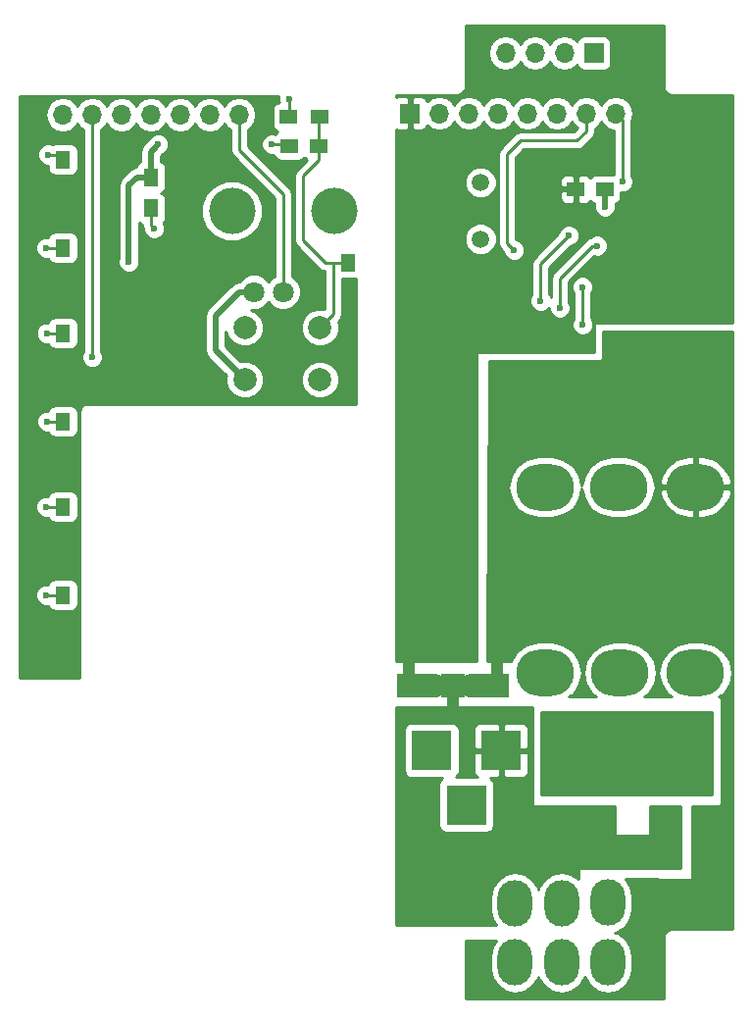
<source format=gbr>
G04 #@! TF.FileFunction,Copper,L2,Bot,Signal*
%FSLAX46Y46*%
G04 Gerber Fmt 4.6, Leading zero omitted, Abs format (unit mm)*
G04 Created by KiCad (PCBNEW 4.0.7) date 06/02/18 16:03:12*
%MOMM*%
%LPD*%
G01*
G04 APERTURE LIST*
%ADD10C,0.100000*%
%ADD11C,2.000000*%
%ADD12R,1.700000X1.700000*%
%ADD13O,1.700000X1.700000*%
%ADD14C,1.800000*%
%ADD15C,4.000000*%
%ADD16R,1.500000X1.250000*%
%ADD17C,0.600000*%
%ADD18R,1.300000X1.500000*%
%ADD19C,1.500000*%
%ADD20R,1.998980X1.998980*%
%ADD21R,1.500000X1.300000*%
%ADD22C,2.000000*%
%ADD23O,5.000000X4.000000*%
%ADD24O,3.000000X4.000000*%
%ADD25R,3.500000X3.500000*%
%ADD26C,1.000000*%
%ADD27C,0.500000*%
%ADD28C,0.250000*%
%ADD29C,0.254000*%
G04 APERTURE END LIST*
D10*
D11*
X127913000Y-110109000D02*
X129413000Y-110109000D01*
X133985000Y-110109000D02*
X132485000Y-110109000D01*
D12*
X94716600Y-60833000D03*
D13*
X97256600Y-60833000D03*
X99796600Y-60833000D03*
X102336600Y-60833000D03*
X104876600Y-60833000D03*
X107416600Y-60833000D03*
X109956600Y-60833000D03*
X112496600Y-60833000D03*
D14*
X113781200Y-76123800D03*
X116281200Y-76123800D03*
X118781200Y-76123800D03*
D15*
X111881200Y-69123800D03*
X120681200Y-69123800D03*
D16*
X116860000Y-63500000D03*
X119360000Y-63500000D03*
D17*
X149240000Y-113169700D03*
X147840000Y-113169700D03*
X146440000Y-113169700D03*
X145040000Y-113169700D03*
X143640000Y-113169700D03*
X152136300Y-118769700D03*
X150736300Y-118769700D03*
X152136300Y-117369700D03*
X150736300Y-117369700D03*
X152136300Y-115969700D03*
X150736300Y-115969700D03*
X152136300Y-114569700D03*
X150736300Y-114569700D03*
X152136300Y-113169700D03*
X150736300Y-113169700D03*
X142220600Y-118769700D03*
X140820600Y-118769700D03*
X139420600Y-118769700D03*
X142220600Y-117369700D03*
X140820600Y-117369700D03*
X139420600Y-117369700D03*
X142220600Y-115969700D03*
X140820600Y-115969700D03*
X139420600Y-115969700D03*
X142220600Y-114569700D03*
X140820600Y-114569700D03*
X139420600Y-114569700D03*
X142214600Y-113169700D03*
X140820600Y-113169700D03*
D12*
X143129000Y-55499000D03*
D13*
X140589000Y-55499000D03*
X138049000Y-55499000D03*
X135509000Y-55499000D03*
D18*
X121920000Y-73580000D03*
X121920000Y-76280000D03*
X97282000Y-64690000D03*
X97282000Y-67390000D03*
X97282000Y-72310000D03*
X97282000Y-75010000D03*
X97282000Y-79676000D03*
X97282000Y-82376000D03*
X97282000Y-87296000D03*
X97282000Y-89996000D03*
X97282000Y-94662000D03*
X97282000Y-97362000D03*
X97282000Y-102282000D03*
X97282000Y-104982000D03*
D19*
X133350000Y-66675000D03*
X133350000Y-71555000D03*
D16*
X144061500Y-67246500D03*
X141561500Y-67246500D03*
D18*
X104876600Y-66214000D03*
X104876600Y-68914000D03*
D12*
X127254000Y-60706000D03*
D13*
X129794000Y-60706000D03*
X132334000Y-60706000D03*
X134874000Y-60706000D03*
X137414000Y-60706000D03*
X139954000Y-60706000D03*
X142494000Y-60706000D03*
X145034000Y-60706000D03*
D20*
X134747000Y-110109000D03*
X130937000Y-110109000D03*
X127127000Y-110109000D03*
D17*
X139420600Y-113169700D03*
D21*
X116760000Y-61036200D03*
X119460000Y-61036200D03*
D22*
X119481600Y-79193000D03*
X119481600Y-83693000D03*
X112981600Y-79193000D03*
X112981600Y-83693000D03*
D23*
X145392000Y-108965000D03*
X145265000Y-92965000D03*
X138915000Y-108965000D03*
X138915000Y-92965000D03*
X151915000Y-92965000D03*
X151892000Y-108965000D03*
D24*
X140335000Y-128905000D03*
X140335000Y-133985000D03*
X136334500Y-133985000D03*
X136334500Y-128905000D03*
X144335500Y-128841500D03*
X144335500Y-133985000D03*
D25*
X135128000Y-115697000D03*
X129128000Y-115697000D03*
X132128000Y-120397000D03*
D17*
X142290800Y-123647200D03*
X136601200Y-121335800D03*
X128270000Y-129286000D03*
X144081500Y-68770500D03*
X96012000Y-64262000D03*
X95859600Y-72313800D03*
X95885000Y-79676000D03*
X95935800Y-87299800D03*
X95834200Y-94665800D03*
X95859596Y-102285800D03*
X142163800Y-78943200D03*
X142138400Y-75692000D03*
X140970000Y-71247000D03*
X138531600Y-76885800D03*
X145605500Y-66611500D03*
X140182600Y-77495400D03*
X143408400Y-72136000D03*
X136245600Y-72517000D03*
X105155996Y-70662800D03*
X105511600Y-63372996D03*
X115316000Y-63373000D03*
X102971600Y-73533000D03*
X102870000Y-77698600D03*
X107442000Y-84201000D03*
X94488000Y-68961000D03*
X94488000Y-106807000D03*
X94488000Y-99060000D03*
X94488000Y-91567000D03*
X94488000Y-83947000D03*
X94488000Y-76454000D03*
X108585000Y-67183000D03*
X99796596Y-81762600D03*
X116840000Y-59436000D03*
X145732500Y-68834000D03*
X129540000Y-69024500D03*
X139954000Y-69596000D03*
X139954000Y-68008500D03*
X147066000Y-86360000D03*
X145923000Y-85217000D03*
X140208000Y-83439000D03*
D26*
X130937000Y-110109000D02*
X130937000Y-112903000D01*
D27*
X144061500Y-67246500D02*
X144081500Y-68770500D01*
D28*
X96012000Y-64262000D02*
X96854000Y-64262000D01*
X96854000Y-64262000D02*
X97282000Y-64690000D01*
X95863400Y-72310000D02*
X95859600Y-72313800D01*
X97282000Y-72310000D02*
X95863400Y-72310000D01*
X95885000Y-79676000D02*
X97282000Y-79676000D01*
X97282000Y-87296000D02*
X95939600Y-87296000D01*
X95939600Y-87296000D02*
X95935800Y-87299800D01*
X95838000Y-94662000D02*
X95834200Y-94665800D01*
X97282000Y-94662000D02*
X95838000Y-94662000D01*
X95863396Y-102282000D02*
X95859596Y-102285800D01*
X97282000Y-102282000D02*
X95863396Y-102282000D01*
X142163800Y-75717400D02*
X142163800Y-78943200D01*
X142138400Y-75692000D02*
X142163800Y-75717400D01*
X138506200Y-73710800D02*
X140970000Y-71247000D01*
X138506200Y-76860400D02*
X138506200Y-73710800D01*
X138531600Y-76885800D02*
X138506200Y-76860400D01*
X145605500Y-66611500D02*
X145605500Y-61277500D01*
X145605500Y-61277500D02*
X145034000Y-60706000D01*
X142976600Y-72136000D02*
X143408400Y-72136000D01*
X140182600Y-74930000D02*
X142976600Y-72136000D01*
X140182600Y-77495400D02*
X140182600Y-74930000D01*
X142494000Y-62230000D02*
X142494000Y-60706000D01*
X141655800Y-63068200D02*
X142494000Y-62230000D01*
X136779000Y-63068200D02*
X141655800Y-63068200D01*
X135636000Y-64211200D02*
X136779000Y-63068200D01*
X135636000Y-71907400D02*
X135636000Y-64211200D01*
X136245600Y-72517000D02*
X135636000Y-71907400D01*
X120650000Y-73580000D02*
X120650000Y-78024600D01*
X120650000Y-78024600D02*
X119481600Y-79193000D01*
X118030000Y-71120000D02*
X118030000Y-71675000D01*
X119935000Y-73580000D02*
X120650000Y-73580000D01*
X120650000Y-73580000D02*
X121920000Y-73580000D01*
X118030000Y-71675000D02*
X119935000Y-73580000D01*
X119360000Y-63500000D02*
X119360000Y-64750000D01*
X119360000Y-64750000D02*
X118030000Y-66080000D01*
X118030000Y-66080000D02*
X118030000Y-71120000D01*
X119360000Y-63500000D02*
X119360000Y-61136200D01*
X119360000Y-61136200D02*
X119460000Y-61036200D01*
X104876600Y-70383404D02*
X105155996Y-70662800D01*
X104876600Y-68914000D02*
X104876600Y-70383404D01*
D27*
X104876600Y-66214000D02*
X104876600Y-64007996D01*
X104876600Y-64007996D02*
X105211601Y-63672995D01*
X105211601Y-63672995D02*
X105511600Y-63372996D01*
X102971600Y-73533000D02*
X102971600Y-66903600D01*
X102971600Y-66903600D02*
X103661200Y-66214000D01*
X103661200Y-66214000D02*
X104876600Y-66214000D01*
X110464600Y-78167608D02*
X110464600Y-81176000D01*
X110464600Y-81176000D02*
X112981600Y-83693000D01*
X113781200Y-76123800D02*
X112508408Y-76123800D01*
X112508408Y-76123800D02*
X110464600Y-78167608D01*
D28*
X115316000Y-63373000D02*
X116733000Y-63373000D01*
X116733000Y-63373000D02*
X116860000Y-63500000D01*
X97256600Y-60833000D02*
X97256600Y-60198000D01*
X97256600Y-61468000D02*
X97256600Y-60833000D01*
X99796600Y-81762596D02*
X99796596Y-81762600D01*
X99796600Y-60833000D02*
X99796600Y-81762596D01*
X116840000Y-59436000D02*
X116840000Y-60956200D01*
X116840000Y-60956200D02*
X116760000Y-61036200D01*
X112522000Y-63881000D02*
X116312400Y-67671400D01*
X116312400Y-67671400D02*
X116312400Y-75783200D01*
X112522000Y-62060481D02*
X112522000Y-63881000D01*
X112496600Y-60833000D02*
X112496600Y-62035081D01*
X112496600Y-62035081D02*
X112522000Y-62060481D01*
D26*
X127127000Y-110109000D02*
X127127000Y-107442000D01*
D28*
X145923000Y-85217000D02*
X147066000Y-86360000D01*
D26*
X134747000Y-110109000D02*
X134747000Y-107442000D01*
D29*
G36*
X115904838Y-59621167D02*
X115957507Y-59748637D01*
X115774683Y-59783038D01*
X115558559Y-59922110D01*
X115413569Y-60134310D01*
X115362560Y-60386200D01*
X115362560Y-61686200D01*
X115406838Y-61921517D01*
X115545910Y-62137641D01*
X115758110Y-62282631D01*
X115834021Y-62298003D01*
X115658559Y-62410910D01*
X115609629Y-62482522D01*
X115502799Y-62438162D01*
X115130833Y-62437838D01*
X114787057Y-62579883D01*
X114523808Y-62842673D01*
X114381162Y-63186201D01*
X114380838Y-63558167D01*
X114522883Y-63901943D01*
X114785673Y-64165192D01*
X115129201Y-64307838D01*
X115497024Y-64308158D01*
X115506838Y-64360317D01*
X115645910Y-64576441D01*
X115858110Y-64721431D01*
X116110000Y-64772440D01*
X117610000Y-64772440D01*
X117845317Y-64728162D01*
X118061441Y-64589090D01*
X118109134Y-64519289D01*
X118145910Y-64576441D01*
X118331767Y-64703431D01*
X117492599Y-65542599D01*
X117327852Y-65789161D01*
X117270000Y-66080000D01*
X117270000Y-71675000D01*
X117327852Y-71965839D01*
X117492599Y-72212401D01*
X119397599Y-74117401D01*
X119644161Y-74282148D01*
X119890000Y-74331049D01*
X119890000Y-77592230D01*
X119808248Y-77558284D01*
X119157805Y-77557716D01*
X118556657Y-77806106D01*
X118096322Y-78265637D01*
X117846884Y-78866352D01*
X117846316Y-79516795D01*
X118094706Y-80117943D01*
X118554237Y-80578278D01*
X119154952Y-80827716D01*
X119805395Y-80828284D01*
X120406543Y-80579894D01*
X120866878Y-80120363D01*
X121116316Y-79519648D01*
X121116884Y-78869205D01*
X121047681Y-78701721D01*
X121187401Y-78562001D01*
X121352148Y-78315439D01*
X121410000Y-78024600D01*
X121410000Y-74977440D01*
X122570000Y-74977440D01*
X122581600Y-74975257D01*
X122581600Y-85777000D01*
X99415600Y-85777000D01*
X99143895Y-85831046D01*
X98913554Y-85984954D01*
X98759646Y-86215295D01*
X98705600Y-86487000D01*
X98705600Y-109399000D01*
X93521600Y-109399000D01*
X93521600Y-102470967D01*
X94924434Y-102470967D01*
X95066479Y-102814743D01*
X95329269Y-103077992D01*
X95672797Y-103220638D01*
X96020112Y-103220941D01*
X96028838Y-103267317D01*
X96167910Y-103483441D01*
X96380110Y-103628431D01*
X96632000Y-103679440D01*
X97932000Y-103679440D01*
X98167317Y-103635162D01*
X98383441Y-103496090D01*
X98528431Y-103283890D01*
X98579440Y-103032000D01*
X98579440Y-101532000D01*
X98535162Y-101296683D01*
X98396090Y-101080559D01*
X98183890Y-100935569D01*
X97932000Y-100884560D01*
X96632000Y-100884560D01*
X96396683Y-100928838D01*
X96180559Y-101067910D01*
X96035569Y-101280110D01*
X96021226Y-101350940D01*
X95674429Y-101350638D01*
X95330653Y-101492683D01*
X95067404Y-101755473D01*
X94924758Y-102099001D01*
X94924434Y-102470967D01*
X93521600Y-102470967D01*
X93521600Y-94850967D01*
X94899038Y-94850967D01*
X95041083Y-95194743D01*
X95303873Y-95457992D01*
X95647401Y-95600638D01*
X96019367Y-95600962D01*
X96020062Y-95600675D01*
X96028838Y-95647317D01*
X96167910Y-95863441D01*
X96380110Y-96008431D01*
X96632000Y-96059440D01*
X97932000Y-96059440D01*
X98167317Y-96015162D01*
X98383441Y-95876090D01*
X98528431Y-95663890D01*
X98579440Y-95412000D01*
X98579440Y-93912000D01*
X98535162Y-93676683D01*
X98396090Y-93460559D01*
X98183890Y-93315569D01*
X97932000Y-93264560D01*
X96632000Y-93264560D01*
X96396683Y-93308838D01*
X96180559Y-93447910D01*
X96035569Y-93660110D01*
X96021204Y-93731047D01*
X96020999Y-93730962D01*
X95649033Y-93730638D01*
X95305257Y-93872683D01*
X95042008Y-94135473D01*
X94899362Y-94479001D01*
X94899038Y-94850967D01*
X93521600Y-94850967D01*
X93521600Y-87484967D01*
X95000638Y-87484967D01*
X95142683Y-87828743D01*
X95405473Y-88091992D01*
X95749001Y-88234638D01*
X96020099Y-88234874D01*
X96028838Y-88281317D01*
X96167910Y-88497441D01*
X96380110Y-88642431D01*
X96632000Y-88693440D01*
X97932000Y-88693440D01*
X98167317Y-88649162D01*
X98383441Y-88510090D01*
X98528431Y-88297890D01*
X98579440Y-88046000D01*
X98579440Y-86546000D01*
X98535162Y-86310683D01*
X98396090Y-86094559D01*
X98183890Y-85949569D01*
X97932000Y-85898560D01*
X96632000Y-85898560D01*
X96396683Y-85942838D01*
X96180559Y-86081910D01*
X96035569Y-86294110D01*
X96021239Y-86364874D01*
X95750633Y-86364638D01*
X95406857Y-86506683D01*
X95143608Y-86769473D01*
X95000962Y-87113001D01*
X95000638Y-87484967D01*
X93521600Y-87484967D01*
X93521600Y-79861167D01*
X94949838Y-79861167D01*
X95091883Y-80204943D01*
X95354673Y-80468192D01*
X95698201Y-80610838D01*
X96019392Y-80611118D01*
X96028838Y-80661317D01*
X96167910Y-80877441D01*
X96380110Y-81022431D01*
X96632000Y-81073440D01*
X97932000Y-81073440D01*
X98167317Y-81029162D01*
X98383441Y-80890090D01*
X98528431Y-80677890D01*
X98579440Y-80426000D01*
X98579440Y-78926000D01*
X98535162Y-78690683D01*
X98396090Y-78474559D01*
X98183890Y-78329569D01*
X97932000Y-78278560D01*
X96632000Y-78278560D01*
X96396683Y-78322838D01*
X96180559Y-78461910D01*
X96035569Y-78674110D01*
X96021999Y-78741119D01*
X95699833Y-78740838D01*
X95356057Y-78882883D01*
X95092808Y-79145673D01*
X94950162Y-79489201D01*
X94949838Y-79861167D01*
X93521600Y-79861167D01*
X93521600Y-72498967D01*
X94924438Y-72498967D01*
X95066483Y-72842743D01*
X95329273Y-73105992D01*
X95672801Y-73248638D01*
X96020112Y-73248941D01*
X96028838Y-73295317D01*
X96167910Y-73511441D01*
X96380110Y-73656431D01*
X96632000Y-73707440D01*
X97932000Y-73707440D01*
X98167317Y-73663162D01*
X98383441Y-73524090D01*
X98528431Y-73311890D01*
X98579440Y-73060000D01*
X98579440Y-71560000D01*
X98535162Y-71324683D01*
X98396090Y-71108559D01*
X98183890Y-70963569D01*
X97932000Y-70912560D01*
X96632000Y-70912560D01*
X96396683Y-70956838D01*
X96180559Y-71095910D01*
X96035569Y-71308110D01*
X96021226Y-71378940D01*
X95674433Y-71378638D01*
X95330657Y-71520683D01*
X95067408Y-71783473D01*
X94924762Y-72127001D01*
X94924438Y-72498967D01*
X93521600Y-72498967D01*
X93521600Y-64447167D01*
X95076838Y-64447167D01*
X95218883Y-64790943D01*
X95481673Y-65054192D01*
X95825201Y-65196838D01*
X95984560Y-65196977D01*
X95984560Y-65440000D01*
X96028838Y-65675317D01*
X96167910Y-65891441D01*
X96380110Y-66036431D01*
X96632000Y-66087440D01*
X97932000Y-66087440D01*
X98167317Y-66043162D01*
X98383441Y-65904090D01*
X98528431Y-65691890D01*
X98579440Y-65440000D01*
X98579440Y-63940000D01*
X98535162Y-63704683D01*
X98396090Y-63488559D01*
X98183890Y-63343569D01*
X97932000Y-63292560D01*
X96632000Y-63292560D01*
X96396683Y-63336838D01*
X96328211Y-63380899D01*
X96198799Y-63327162D01*
X95826833Y-63326838D01*
X95483057Y-63468883D01*
X95219808Y-63731673D01*
X95077162Y-64075201D01*
X95076838Y-64447167D01*
X93521600Y-64447167D01*
X93521600Y-60803907D01*
X95771600Y-60803907D01*
X95771600Y-60862093D01*
X95884639Y-61430378D01*
X96206546Y-61912147D01*
X96688315Y-62234054D01*
X97256600Y-62347093D01*
X97824885Y-62234054D01*
X98306654Y-61912147D01*
X98526600Y-61582974D01*
X98746546Y-61912147D01*
X99036600Y-62105954D01*
X99036600Y-81200133D01*
X99004404Y-81232273D01*
X98861758Y-81575801D01*
X98861434Y-81947767D01*
X99003479Y-82291543D01*
X99266269Y-82554792D01*
X99609797Y-82697438D01*
X99981763Y-82697762D01*
X100325539Y-82555717D01*
X100588788Y-82292927D01*
X100731434Y-81949399D01*
X100731758Y-81577433D01*
X100589713Y-81233657D01*
X100556600Y-81200486D01*
X100556600Y-73718167D01*
X102036438Y-73718167D01*
X102178483Y-74061943D01*
X102441273Y-74325192D01*
X102784801Y-74467838D01*
X103156767Y-74468162D01*
X103500543Y-74326117D01*
X103763792Y-74063327D01*
X103906438Y-73719799D01*
X103906762Y-73347833D01*
X103856600Y-73226431D01*
X103856600Y-70179730D01*
X103974710Y-70260431D01*
X104116600Y-70289164D01*
X104116600Y-70383404D01*
X104174452Y-70674243D01*
X104220925Y-70743795D01*
X104220834Y-70847967D01*
X104362879Y-71191743D01*
X104625669Y-71454992D01*
X104969197Y-71597638D01*
X105341163Y-71597962D01*
X105684939Y-71455917D01*
X105948188Y-71193127D01*
X106090834Y-70849599D01*
X106091158Y-70477633D01*
X105953307Y-70144006D01*
X105978041Y-70128090D01*
X106123031Y-69915890D01*
X106174040Y-69664000D01*
X106174040Y-69645634D01*
X109245743Y-69645634D01*
X109646053Y-70614458D01*
X110386643Y-71356342D01*
X111354767Y-71758342D01*
X112403034Y-71759257D01*
X113371858Y-71358947D01*
X114113742Y-70618357D01*
X114515742Y-69650233D01*
X114516657Y-68601966D01*
X114116347Y-67633142D01*
X113375757Y-66891258D01*
X112407633Y-66489258D01*
X111359366Y-66488343D01*
X110390542Y-66888653D01*
X109648658Y-67629243D01*
X109246658Y-68597367D01*
X109245743Y-69645634D01*
X106174040Y-69645634D01*
X106174040Y-68164000D01*
X106129762Y-67928683D01*
X105990690Y-67712559D01*
X105778490Y-67567569D01*
X105765403Y-67564919D01*
X105978041Y-67428090D01*
X106123031Y-67215890D01*
X106174040Y-66964000D01*
X106174040Y-65464000D01*
X106129762Y-65228683D01*
X105990690Y-65012559D01*
X105778490Y-64867569D01*
X105761600Y-64864149D01*
X105761600Y-64374575D01*
X105837388Y-64298787D01*
X105837391Y-64298785D01*
X105920435Y-64215740D01*
X106040543Y-64166113D01*
X106303792Y-63903323D01*
X106446438Y-63559795D01*
X106446762Y-63187829D01*
X106304717Y-62844053D01*
X106041927Y-62580804D01*
X105698399Y-62438158D01*
X105326433Y-62437834D01*
X104982657Y-62579879D01*
X104719408Y-62842669D01*
X104669034Y-62963982D01*
X104585811Y-63047205D01*
X104585809Y-63047208D01*
X104250810Y-63382206D01*
X104058967Y-63669321D01*
X104058967Y-63669322D01*
X103991599Y-64007996D01*
X103991600Y-64008001D01*
X103991600Y-64860778D01*
X103991283Y-64860838D01*
X103775159Y-64999910D01*
X103630169Y-65212110D01*
X103604202Y-65340337D01*
X103378716Y-65385190D01*
X103322525Y-65396367D01*
X103035410Y-65588210D01*
X103035408Y-65588213D01*
X102345810Y-66277810D01*
X102153967Y-66564925D01*
X102153967Y-66564926D01*
X102086599Y-66903600D01*
X102086600Y-66903605D01*
X102086600Y-73226178D01*
X102036762Y-73346201D01*
X102036438Y-73718167D01*
X100556600Y-73718167D01*
X100556600Y-62105954D01*
X100846654Y-61912147D01*
X101066600Y-61582974D01*
X101286546Y-61912147D01*
X101768315Y-62234054D01*
X102336600Y-62347093D01*
X102904885Y-62234054D01*
X103386654Y-61912147D01*
X103606600Y-61582974D01*
X103826546Y-61912147D01*
X104308315Y-62234054D01*
X104876600Y-62347093D01*
X105444885Y-62234054D01*
X105926654Y-61912147D01*
X106146600Y-61582974D01*
X106366546Y-61912147D01*
X106848315Y-62234054D01*
X107416600Y-62347093D01*
X107984885Y-62234054D01*
X108466654Y-61912147D01*
X108686600Y-61582974D01*
X108906546Y-61912147D01*
X109388315Y-62234054D01*
X109956600Y-62347093D01*
X110524885Y-62234054D01*
X111006654Y-61912147D01*
X111226600Y-61582974D01*
X111446546Y-61912147D01*
X111752859Y-62116818D01*
X111762000Y-62162774D01*
X111762000Y-63881000D01*
X111819852Y-64171839D01*
X111984599Y-64418401D01*
X115552400Y-67986202D01*
X115552400Y-74764062D01*
X115412829Y-74821732D01*
X115030912Y-75202982D01*
X114651843Y-74823249D01*
X114087870Y-74589067D01*
X113477209Y-74588535D01*
X112912829Y-74821732D01*
X112491704Y-75242122D01*
X112225924Y-75294990D01*
X112169733Y-75306167D01*
X111882618Y-75498010D01*
X111882616Y-75498013D01*
X109838810Y-77541818D01*
X109646967Y-77828933D01*
X109646967Y-77828934D01*
X109579599Y-78167608D01*
X109579600Y-78167613D01*
X109579600Y-81175995D01*
X109579599Y-81176000D01*
X109635790Y-81458484D01*
X109646967Y-81514675D01*
X109812622Y-81762596D01*
X109838810Y-81801790D01*
X111363458Y-83326437D01*
X111346884Y-83366352D01*
X111346316Y-84016795D01*
X111594706Y-84617943D01*
X112054237Y-85078278D01*
X112654952Y-85327716D01*
X113305395Y-85328284D01*
X113906543Y-85079894D01*
X114366878Y-84620363D01*
X114616316Y-84019648D01*
X114616318Y-84016795D01*
X117846316Y-84016795D01*
X118094706Y-84617943D01*
X118554237Y-85078278D01*
X119154952Y-85327716D01*
X119805395Y-85328284D01*
X120406543Y-85079894D01*
X120866878Y-84620363D01*
X121116316Y-84019648D01*
X121116884Y-83369205D01*
X120868494Y-82768057D01*
X120408963Y-82307722D01*
X119808248Y-82058284D01*
X119157805Y-82057716D01*
X118556657Y-82306106D01*
X118096322Y-82765637D01*
X117846884Y-83366352D01*
X117846316Y-84016795D01*
X114616318Y-84016795D01*
X114616884Y-83369205D01*
X114368494Y-82768057D01*
X113908963Y-82307722D01*
X113308248Y-82058284D01*
X112657805Y-82057716D01*
X112615412Y-82075233D01*
X111349600Y-80809420D01*
X111349600Y-79524743D01*
X111594706Y-80117943D01*
X112054237Y-80578278D01*
X112654952Y-80827716D01*
X113305395Y-80828284D01*
X113906543Y-80579894D01*
X114366878Y-80120363D01*
X114616316Y-79519648D01*
X114616884Y-78869205D01*
X114368494Y-78268057D01*
X113908963Y-77807722D01*
X113549833Y-77658599D01*
X114085191Y-77659065D01*
X114649571Y-77425868D01*
X115031488Y-77044618D01*
X115410557Y-77424351D01*
X115974530Y-77658533D01*
X116585191Y-77659065D01*
X117149571Y-77425868D01*
X117581751Y-76994443D01*
X117815933Y-76430470D01*
X117816465Y-75819809D01*
X117583268Y-75255429D01*
X117151843Y-74823249D01*
X117072400Y-74790261D01*
X117072400Y-67671400D01*
X117014548Y-67380561D01*
X116849801Y-67133999D01*
X113282000Y-63566198D01*
X113282000Y-62088983D01*
X113546654Y-61912147D01*
X113868561Y-61430378D01*
X113981600Y-60862093D01*
X113981600Y-60803907D01*
X113868561Y-60235622D01*
X113546654Y-59753853D01*
X113064885Y-59431946D01*
X112496600Y-59318907D01*
X111928315Y-59431946D01*
X111446546Y-59753853D01*
X111226600Y-60083026D01*
X111006654Y-59753853D01*
X110524885Y-59431946D01*
X109956600Y-59318907D01*
X109388315Y-59431946D01*
X108906546Y-59753853D01*
X108686600Y-60083026D01*
X108466654Y-59753853D01*
X107984885Y-59431946D01*
X107416600Y-59318907D01*
X106848315Y-59431946D01*
X106366546Y-59753853D01*
X106146600Y-60083026D01*
X105926654Y-59753853D01*
X105444885Y-59431946D01*
X104876600Y-59318907D01*
X104308315Y-59431946D01*
X103826546Y-59753853D01*
X103606600Y-60083026D01*
X103386654Y-59753853D01*
X102904885Y-59431946D01*
X102336600Y-59318907D01*
X101768315Y-59431946D01*
X101286546Y-59753853D01*
X101066600Y-60083026D01*
X100846654Y-59753853D01*
X100364885Y-59431946D01*
X99796600Y-59318907D01*
X99228315Y-59431946D01*
X98746546Y-59753853D01*
X98526600Y-60083026D01*
X98306654Y-59753853D01*
X97824885Y-59431946D01*
X97256600Y-59318907D01*
X96688315Y-59431946D01*
X96206546Y-59753853D01*
X95884639Y-60235622D01*
X95771600Y-60803907D01*
X93521600Y-60803907D01*
X93521600Y-59257000D01*
X115905155Y-59257000D01*
X115904838Y-59621167D01*
X115904838Y-59621167D01*
G37*
X115904838Y-59621167D02*
X115957507Y-59748637D01*
X115774683Y-59783038D01*
X115558559Y-59922110D01*
X115413569Y-60134310D01*
X115362560Y-60386200D01*
X115362560Y-61686200D01*
X115406838Y-61921517D01*
X115545910Y-62137641D01*
X115758110Y-62282631D01*
X115834021Y-62298003D01*
X115658559Y-62410910D01*
X115609629Y-62482522D01*
X115502799Y-62438162D01*
X115130833Y-62437838D01*
X114787057Y-62579883D01*
X114523808Y-62842673D01*
X114381162Y-63186201D01*
X114380838Y-63558167D01*
X114522883Y-63901943D01*
X114785673Y-64165192D01*
X115129201Y-64307838D01*
X115497024Y-64308158D01*
X115506838Y-64360317D01*
X115645910Y-64576441D01*
X115858110Y-64721431D01*
X116110000Y-64772440D01*
X117610000Y-64772440D01*
X117845317Y-64728162D01*
X118061441Y-64589090D01*
X118109134Y-64519289D01*
X118145910Y-64576441D01*
X118331767Y-64703431D01*
X117492599Y-65542599D01*
X117327852Y-65789161D01*
X117270000Y-66080000D01*
X117270000Y-71675000D01*
X117327852Y-71965839D01*
X117492599Y-72212401D01*
X119397599Y-74117401D01*
X119644161Y-74282148D01*
X119890000Y-74331049D01*
X119890000Y-77592230D01*
X119808248Y-77558284D01*
X119157805Y-77557716D01*
X118556657Y-77806106D01*
X118096322Y-78265637D01*
X117846884Y-78866352D01*
X117846316Y-79516795D01*
X118094706Y-80117943D01*
X118554237Y-80578278D01*
X119154952Y-80827716D01*
X119805395Y-80828284D01*
X120406543Y-80579894D01*
X120866878Y-80120363D01*
X121116316Y-79519648D01*
X121116884Y-78869205D01*
X121047681Y-78701721D01*
X121187401Y-78562001D01*
X121352148Y-78315439D01*
X121410000Y-78024600D01*
X121410000Y-74977440D01*
X122570000Y-74977440D01*
X122581600Y-74975257D01*
X122581600Y-85777000D01*
X99415600Y-85777000D01*
X99143895Y-85831046D01*
X98913554Y-85984954D01*
X98759646Y-86215295D01*
X98705600Y-86487000D01*
X98705600Y-109399000D01*
X93521600Y-109399000D01*
X93521600Y-102470967D01*
X94924434Y-102470967D01*
X95066479Y-102814743D01*
X95329269Y-103077992D01*
X95672797Y-103220638D01*
X96020112Y-103220941D01*
X96028838Y-103267317D01*
X96167910Y-103483441D01*
X96380110Y-103628431D01*
X96632000Y-103679440D01*
X97932000Y-103679440D01*
X98167317Y-103635162D01*
X98383441Y-103496090D01*
X98528431Y-103283890D01*
X98579440Y-103032000D01*
X98579440Y-101532000D01*
X98535162Y-101296683D01*
X98396090Y-101080559D01*
X98183890Y-100935569D01*
X97932000Y-100884560D01*
X96632000Y-100884560D01*
X96396683Y-100928838D01*
X96180559Y-101067910D01*
X96035569Y-101280110D01*
X96021226Y-101350940D01*
X95674429Y-101350638D01*
X95330653Y-101492683D01*
X95067404Y-101755473D01*
X94924758Y-102099001D01*
X94924434Y-102470967D01*
X93521600Y-102470967D01*
X93521600Y-94850967D01*
X94899038Y-94850967D01*
X95041083Y-95194743D01*
X95303873Y-95457992D01*
X95647401Y-95600638D01*
X96019367Y-95600962D01*
X96020062Y-95600675D01*
X96028838Y-95647317D01*
X96167910Y-95863441D01*
X96380110Y-96008431D01*
X96632000Y-96059440D01*
X97932000Y-96059440D01*
X98167317Y-96015162D01*
X98383441Y-95876090D01*
X98528431Y-95663890D01*
X98579440Y-95412000D01*
X98579440Y-93912000D01*
X98535162Y-93676683D01*
X98396090Y-93460559D01*
X98183890Y-93315569D01*
X97932000Y-93264560D01*
X96632000Y-93264560D01*
X96396683Y-93308838D01*
X96180559Y-93447910D01*
X96035569Y-93660110D01*
X96021204Y-93731047D01*
X96020999Y-93730962D01*
X95649033Y-93730638D01*
X95305257Y-93872683D01*
X95042008Y-94135473D01*
X94899362Y-94479001D01*
X94899038Y-94850967D01*
X93521600Y-94850967D01*
X93521600Y-87484967D01*
X95000638Y-87484967D01*
X95142683Y-87828743D01*
X95405473Y-88091992D01*
X95749001Y-88234638D01*
X96020099Y-88234874D01*
X96028838Y-88281317D01*
X96167910Y-88497441D01*
X96380110Y-88642431D01*
X96632000Y-88693440D01*
X97932000Y-88693440D01*
X98167317Y-88649162D01*
X98383441Y-88510090D01*
X98528431Y-88297890D01*
X98579440Y-88046000D01*
X98579440Y-86546000D01*
X98535162Y-86310683D01*
X98396090Y-86094559D01*
X98183890Y-85949569D01*
X97932000Y-85898560D01*
X96632000Y-85898560D01*
X96396683Y-85942838D01*
X96180559Y-86081910D01*
X96035569Y-86294110D01*
X96021239Y-86364874D01*
X95750633Y-86364638D01*
X95406857Y-86506683D01*
X95143608Y-86769473D01*
X95000962Y-87113001D01*
X95000638Y-87484967D01*
X93521600Y-87484967D01*
X93521600Y-79861167D01*
X94949838Y-79861167D01*
X95091883Y-80204943D01*
X95354673Y-80468192D01*
X95698201Y-80610838D01*
X96019392Y-80611118D01*
X96028838Y-80661317D01*
X96167910Y-80877441D01*
X96380110Y-81022431D01*
X96632000Y-81073440D01*
X97932000Y-81073440D01*
X98167317Y-81029162D01*
X98383441Y-80890090D01*
X98528431Y-80677890D01*
X98579440Y-80426000D01*
X98579440Y-78926000D01*
X98535162Y-78690683D01*
X98396090Y-78474559D01*
X98183890Y-78329569D01*
X97932000Y-78278560D01*
X96632000Y-78278560D01*
X96396683Y-78322838D01*
X96180559Y-78461910D01*
X96035569Y-78674110D01*
X96021999Y-78741119D01*
X95699833Y-78740838D01*
X95356057Y-78882883D01*
X95092808Y-79145673D01*
X94950162Y-79489201D01*
X94949838Y-79861167D01*
X93521600Y-79861167D01*
X93521600Y-72498967D01*
X94924438Y-72498967D01*
X95066483Y-72842743D01*
X95329273Y-73105992D01*
X95672801Y-73248638D01*
X96020112Y-73248941D01*
X96028838Y-73295317D01*
X96167910Y-73511441D01*
X96380110Y-73656431D01*
X96632000Y-73707440D01*
X97932000Y-73707440D01*
X98167317Y-73663162D01*
X98383441Y-73524090D01*
X98528431Y-73311890D01*
X98579440Y-73060000D01*
X98579440Y-71560000D01*
X98535162Y-71324683D01*
X98396090Y-71108559D01*
X98183890Y-70963569D01*
X97932000Y-70912560D01*
X96632000Y-70912560D01*
X96396683Y-70956838D01*
X96180559Y-71095910D01*
X96035569Y-71308110D01*
X96021226Y-71378940D01*
X95674433Y-71378638D01*
X95330657Y-71520683D01*
X95067408Y-71783473D01*
X94924762Y-72127001D01*
X94924438Y-72498967D01*
X93521600Y-72498967D01*
X93521600Y-64447167D01*
X95076838Y-64447167D01*
X95218883Y-64790943D01*
X95481673Y-65054192D01*
X95825201Y-65196838D01*
X95984560Y-65196977D01*
X95984560Y-65440000D01*
X96028838Y-65675317D01*
X96167910Y-65891441D01*
X96380110Y-66036431D01*
X96632000Y-66087440D01*
X97932000Y-66087440D01*
X98167317Y-66043162D01*
X98383441Y-65904090D01*
X98528431Y-65691890D01*
X98579440Y-65440000D01*
X98579440Y-63940000D01*
X98535162Y-63704683D01*
X98396090Y-63488559D01*
X98183890Y-63343569D01*
X97932000Y-63292560D01*
X96632000Y-63292560D01*
X96396683Y-63336838D01*
X96328211Y-63380899D01*
X96198799Y-63327162D01*
X95826833Y-63326838D01*
X95483057Y-63468883D01*
X95219808Y-63731673D01*
X95077162Y-64075201D01*
X95076838Y-64447167D01*
X93521600Y-64447167D01*
X93521600Y-60803907D01*
X95771600Y-60803907D01*
X95771600Y-60862093D01*
X95884639Y-61430378D01*
X96206546Y-61912147D01*
X96688315Y-62234054D01*
X97256600Y-62347093D01*
X97824885Y-62234054D01*
X98306654Y-61912147D01*
X98526600Y-61582974D01*
X98746546Y-61912147D01*
X99036600Y-62105954D01*
X99036600Y-81200133D01*
X99004404Y-81232273D01*
X98861758Y-81575801D01*
X98861434Y-81947767D01*
X99003479Y-82291543D01*
X99266269Y-82554792D01*
X99609797Y-82697438D01*
X99981763Y-82697762D01*
X100325539Y-82555717D01*
X100588788Y-82292927D01*
X100731434Y-81949399D01*
X100731758Y-81577433D01*
X100589713Y-81233657D01*
X100556600Y-81200486D01*
X100556600Y-73718167D01*
X102036438Y-73718167D01*
X102178483Y-74061943D01*
X102441273Y-74325192D01*
X102784801Y-74467838D01*
X103156767Y-74468162D01*
X103500543Y-74326117D01*
X103763792Y-74063327D01*
X103906438Y-73719799D01*
X103906762Y-73347833D01*
X103856600Y-73226431D01*
X103856600Y-70179730D01*
X103974710Y-70260431D01*
X104116600Y-70289164D01*
X104116600Y-70383404D01*
X104174452Y-70674243D01*
X104220925Y-70743795D01*
X104220834Y-70847967D01*
X104362879Y-71191743D01*
X104625669Y-71454992D01*
X104969197Y-71597638D01*
X105341163Y-71597962D01*
X105684939Y-71455917D01*
X105948188Y-71193127D01*
X106090834Y-70849599D01*
X106091158Y-70477633D01*
X105953307Y-70144006D01*
X105978041Y-70128090D01*
X106123031Y-69915890D01*
X106174040Y-69664000D01*
X106174040Y-69645634D01*
X109245743Y-69645634D01*
X109646053Y-70614458D01*
X110386643Y-71356342D01*
X111354767Y-71758342D01*
X112403034Y-71759257D01*
X113371858Y-71358947D01*
X114113742Y-70618357D01*
X114515742Y-69650233D01*
X114516657Y-68601966D01*
X114116347Y-67633142D01*
X113375757Y-66891258D01*
X112407633Y-66489258D01*
X111359366Y-66488343D01*
X110390542Y-66888653D01*
X109648658Y-67629243D01*
X109246658Y-68597367D01*
X109245743Y-69645634D01*
X106174040Y-69645634D01*
X106174040Y-68164000D01*
X106129762Y-67928683D01*
X105990690Y-67712559D01*
X105778490Y-67567569D01*
X105765403Y-67564919D01*
X105978041Y-67428090D01*
X106123031Y-67215890D01*
X106174040Y-66964000D01*
X106174040Y-65464000D01*
X106129762Y-65228683D01*
X105990690Y-65012559D01*
X105778490Y-64867569D01*
X105761600Y-64864149D01*
X105761600Y-64374575D01*
X105837388Y-64298787D01*
X105837391Y-64298785D01*
X105920435Y-64215740D01*
X106040543Y-64166113D01*
X106303792Y-63903323D01*
X106446438Y-63559795D01*
X106446762Y-63187829D01*
X106304717Y-62844053D01*
X106041927Y-62580804D01*
X105698399Y-62438158D01*
X105326433Y-62437834D01*
X104982657Y-62579879D01*
X104719408Y-62842669D01*
X104669034Y-62963982D01*
X104585811Y-63047205D01*
X104585809Y-63047208D01*
X104250810Y-63382206D01*
X104058967Y-63669321D01*
X104058967Y-63669322D01*
X103991599Y-64007996D01*
X103991600Y-64008001D01*
X103991600Y-64860778D01*
X103991283Y-64860838D01*
X103775159Y-64999910D01*
X103630169Y-65212110D01*
X103604202Y-65340337D01*
X103378716Y-65385190D01*
X103322525Y-65396367D01*
X103035410Y-65588210D01*
X103035408Y-65588213D01*
X102345810Y-66277810D01*
X102153967Y-66564925D01*
X102153967Y-66564926D01*
X102086599Y-66903600D01*
X102086600Y-66903605D01*
X102086600Y-73226178D01*
X102036762Y-73346201D01*
X102036438Y-73718167D01*
X100556600Y-73718167D01*
X100556600Y-62105954D01*
X100846654Y-61912147D01*
X101066600Y-61582974D01*
X101286546Y-61912147D01*
X101768315Y-62234054D01*
X102336600Y-62347093D01*
X102904885Y-62234054D01*
X103386654Y-61912147D01*
X103606600Y-61582974D01*
X103826546Y-61912147D01*
X104308315Y-62234054D01*
X104876600Y-62347093D01*
X105444885Y-62234054D01*
X105926654Y-61912147D01*
X106146600Y-61582974D01*
X106366546Y-61912147D01*
X106848315Y-62234054D01*
X107416600Y-62347093D01*
X107984885Y-62234054D01*
X108466654Y-61912147D01*
X108686600Y-61582974D01*
X108906546Y-61912147D01*
X109388315Y-62234054D01*
X109956600Y-62347093D01*
X110524885Y-62234054D01*
X111006654Y-61912147D01*
X111226600Y-61582974D01*
X111446546Y-61912147D01*
X111752859Y-62116818D01*
X111762000Y-62162774D01*
X111762000Y-63881000D01*
X111819852Y-64171839D01*
X111984599Y-64418401D01*
X115552400Y-67986202D01*
X115552400Y-74764062D01*
X115412829Y-74821732D01*
X115030912Y-75202982D01*
X114651843Y-74823249D01*
X114087870Y-74589067D01*
X113477209Y-74588535D01*
X112912829Y-74821732D01*
X112491704Y-75242122D01*
X112225924Y-75294990D01*
X112169733Y-75306167D01*
X111882618Y-75498010D01*
X111882616Y-75498013D01*
X109838810Y-77541818D01*
X109646967Y-77828933D01*
X109646967Y-77828934D01*
X109579599Y-78167608D01*
X109579600Y-78167613D01*
X109579600Y-81175995D01*
X109579599Y-81176000D01*
X109635790Y-81458484D01*
X109646967Y-81514675D01*
X109812622Y-81762596D01*
X109838810Y-81801790D01*
X111363458Y-83326437D01*
X111346884Y-83366352D01*
X111346316Y-84016795D01*
X111594706Y-84617943D01*
X112054237Y-85078278D01*
X112654952Y-85327716D01*
X113305395Y-85328284D01*
X113906543Y-85079894D01*
X114366878Y-84620363D01*
X114616316Y-84019648D01*
X114616318Y-84016795D01*
X117846316Y-84016795D01*
X118094706Y-84617943D01*
X118554237Y-85078278D01*
X119154952Y-85327716D01*
X119805395Y-85328284D01*
X120406543Y-85079894D01*
X120866878Y-84620363D01*
X121116316Y-84019648D01*
X121116884Y-83369205D01*
X120868494Y-82768057D01*
X120408963Y-82307722D01*
X119808248Y-82058284D01*
X119157805Y-82057716D01*
X118556657Y-82306106D01*
X118096322Y-82765637D01*
X117846884Y-83366352D01*
X117846316Y-84016795D01*
X114616318Y-84016795D01*
X114616884Y-83369205D01*
X114368494Y-82768057D01*
X113908963Y-82307722D01*
X113308248Y-82058284D01*
X112657805Y-82057716D01*
X112615412Y-82075233D01*
X111349600Y-80809420D01*
X111349600Y-79524743D01*
X111594706Y-80117943D01*
X112054237Y-80578278D01*
X112654952Y-80827716D01*
X113305395Y-80828284D01*
X113906543Y-80579894D01*
X114366878Y-80120363D01*
X114616316Y-79519648D01*
X114616884Y-78869205D01*
X114368494Y-78268057D01*
X113908963Y-77807722D01*
X113549833Y-77658599D01*
X114085191Y-77659065D01*
X114649571Y-77425868D01*
X115031488Y-77044618D01*
X115410557Y-77424351D01*
X115974530Y-77658533D01*
X116585191Y-77659065D01*
X117149571Y-77425868D01*
X117581751Y-76994443D01*
X117815933Y-76430470D01*
X117816465Y-75819809D01*
X117583268Y-75255429D01*
X117151843Y-74823249D01*
X117072400Y-74790261D01*
X117072400Y-67671400D01*
X117014548Y-67380561D01*
X116849801Y-67133999D01*
X113282000Y-63566198D01*
X113282000Y-62088983D01*
X113546654Y-61912147D01*
X113868561Y-61430378D01*
X113981600Y-60862093D01*
X113981600Y-60803907D01*
X113868561Y-60235622D01*
X113546654Y-59753853D01*
X113064885Y-59431946D01*
X112496600Y-59318907D01*
X111928315Y-59431946D01*
X111446546Y-59753853D01*
X111226600Y-60083026D01*
X111006654Y-59753853D01*
X110524885Y-59431946D01*
X109956600Y-59318907D01*
X109388315Y-59431946D01*
X108906546Y-59753853D01*
X108686600Y-60083026D01*
X108466654Y-59753853D01*
X107984885Y-59431946D01*
X107416600Y-59318907D01*
X106848315Y-59431946D01*
X106366546Y-59753853D01*
X106146600Y-60083026D01*
X105926654Y-59753853D01*
X105444885Y-59431946D01*
X104876600Y-59318907D01*
X104308315Y-59431946D01*
X103826546Y-59753853D01*
X103606600Y-60083026D01*
X103386654Y-59753853D01*
X102904885Y-59431946D01*
X102336600Y-59318907D01*
X101768315Y-59431946D01*
X101286546Y-59753853D01*
X101066600Y-60083026D01*
X100846654Y-59753853D01*
X100364885Y-59431946D01*
X99796600Y-59318907D01*
X99228315Y-59431946D01*
X98746546Y-59753853D01*
X98526600Y-60083026D01*
X98306654Y-59753853D01*
X97824885Y-59431946D01*
X97256600Y-59318907D01*
X96688315Y-59431946D01*
X96206546Y-59753853D01*
X95884639Y-60235622D01*
X95771600Y-60803907D01*
X93521600Y-60803907D01*
X93521600Y-59257000D01*
X115905155Y-59257000D01*
X115904838Y-59621167D01*
G36*
X137795000Y-120370600D02*
X137805006Y-120420010D01*
X137833447Y-120461635D01*
X137875841Y-120488915D01*
X137922000Y-120497600D01*
X144907000Y-120497600D01*
X144907000Y-122910600D01*
X144917006Y-122960010D01*
X144945447Y-123001635D01*
X144987841Y-123028915D01*
X145034000Y-123037600D01*
X147828000Y-123037600D01*
X147877410Y-123027594D01*
X147919035Y-122999153D01*
X147946315Y-122956759D01*
X147955000Y-122910600D01*
X147955000Y-120497600D01*
X150596600Y-120497600D01*
X150596600Y-125881761D01*
X145669638Y-125857002D01*
X145669000Y-125857000D01*
X141909800Y-125857000D01*
X141860390Y-125867006D01*
X141818765Y-125895447D01*
X141791485Y-125937841D01*
X141782802Y-125984655D01*
X141787032Y-126805189D01*
X141152029Y-126380894D01*
X140335000Y-126218377D01*
X139517971Y-126380894D01*
X138825327Y-126843704D01*
X138362517Y-127536348D01*
X138334750Y-127675942D01*
X138306983Y-127536348D01*
X137844173Y-126843704D01*
X137151529Y-126380894D01*
X136334500Y-126218377D01*
X135517471Y-126380894D01*
X134824827Y-126843704D01*
X134362017Y-127536348D01*
X134199500Y-128353377D01*
X134199500Y-129456623D01*
X134362017Y-130273652D01*
X134703422Y-130784600D01*
X126059000Y-130784600D01*
X126059000Y-113947000D01*
X126730560Y-113947000D01*
X126730560Y-117447000D01*
X126774838Y-117682317D01*
X126913910Y-117898441D01*
X127126110Y-118043431D01*
X127378000Y-118094440D01*
X130064045Y-118094440D01*
X129926559Y-118182910D01*
X129781569Y-118395110D01*
X129730560Y-118647000D01*
X129730560Y-122147000D01*
X129774838Y-122382317D01*
X129913910Y-122598441D01*
X130126110Y-122743431D01*
X130378000Y-122794440D01*
X133878000Y-122794440D01*
X134113317Y-122750162D01*
X134329441Y-122611090D01*
X134474431Y-122398890D01*
X134525440Y-122147000D01*
X134525440Y-118647000D01*
X134481162Y-118411683D01*
X134342090Y-118195559D01*
X134175891Y-118082000D01*
X134842250Y-118082000D01*
X135001000Y-117923250D01*
X135001000Y-115824000D01*
X135255000Y-115824000D01*
X135255000Y-117923250D01*
X135413750Y-118082000D01*
X137004309Y-118082000D01*
X137237698Y-117985327D01*
X137416327Y-117806699D01*
X137513000Y-117573310D01*
X137513000Y-115982750D01*
X137354250Y-115824000D01*
X135255000Y-115824000D01*
X135001000Y-115824000D01*
X132901750Y-115824000D01*
X132743000Y-115982750D01*
X132743000Y-117573310D01*
X132839673Y-117806699D01*
X133018302Y-117985327D01*
X133052663Y-117999560D01*
X131191955Y-117999560D01*
X131329441Y-117911090D01*
X131474431Y-117698890D01*
X131525440Y-117447000D01*
X131525440Y-113947000D01*
X131501674Y-113820690D01*
X132743000Y-113820690D01*
X132743000Y-115411250D01*
X132901750Y-115570000D01*
X135001000Y-115570000D01*
X135001000Y-113470750D01*
X135255000Y-113470750D01*
X135255000Y-115570000D01*
X137354250Y-115570000D01*
X137513000Y-115411250D01*
X137513000Y-113820690D01*
X137416327Y-113587301D01*
X137237698Y-113408673D01*
X137004309Y-113312000D01*
X135413750Y-113312000D01*
X135255000Y-113470750D01*
X135001000Y-113470750D01*
X134842250Y-113312000D01*
X133251691Y-113312000D01*
X133018302Y-113408673D01*
X132839673Y-113587301D01*
X132743000Y-113820690D01*
X131501674Y-113820690D01*
X131481162Y-113711683D01*
X131342090Y-113495559D01*
X131129890Y-113350569D01*
X130878000Y-113299560D01*
X127378000Y-113299560D01*
X127142683Y-113343838D01*
X126926559Y-113482910D01*
X126781569Y-113695110D01*
X126730560Y-113947000D01*
X126059000Y-113947000D01*
X126059000Y-111963200D01*
X137795000Y-111963200D01*
X137795000Y-120370600D01*
X137795000Y-120370600D01*
G37*
X137795000Y-120370600D02*
X137805006Y-120420010D01*
X137833447Y-120461635D01*
X137875841Y-120488915D01*
X137922000Y-120497600D01*
X144907000Y-120497600D01*
X144907000Y-122910600D01*
X144917006Y-122960010D01*
X144945447Y-123001635D01*
X144987841Y-123028915D01*
X145034000Y-123037600D01*
X147828000Y-123037600D01*
X147877410Y-123027594D01*
X147919035Y-122999153D01*
X147946315Y-122956759D01*
X147955000Y-122910600D01*
X147955000Y-120497600D01*
X150596600Y-120497600D01*
X150596600Y-125881761D01*
X145669638Y-125857002D01*
X145669000Y-125857000D01*
X141909800Y-125857000D01*
X141860390Y-125867006D01*
X141818765Y-125895447D01*
X141791485Y-125937841D01*
X141782802Y-125984655D01*
X141787032Y-126805189D01*
X141152029Y-126380894D01*
X140335000Y-126218377D01*
X139517971Y-126380894D01*
X138825327Y-126843704D01*
X138362517Y-127536348D01*
X138334750Y-127675942D01*
X138306983Y-127536348D01*
X137844173Y-126843704D01*
X137151529Y-126380894D01*
X136334500Y-126218377D01*
X135517471Y-126380894D01*
X134824827Y-126843704D01*
X134362017Y-127536348D01*
X134199500Y-128353377D01*
X134199500Y-129456623D01*
X134362017Y-130273652D01*
X134703422Y-130784600D01*
X126059000Y-130784600D01*
X126059000Y-113947000D01*
X126730560Y-113947000D01*
X126730560Y-117447000D01*
X126774838Y-117682317D01*
X126913910Y-117898441D01*
X127126110Y-118043431D01*
X127378000Y-118094440D01*
X130064045Y-118094440D01*
X129926559Y-118182910D01*
X129781569Y-118395110D01*
X129730560Y-118647000D01*
X129730560Y-122147000D01*
X129774838Y-122382317D01*
X129913910Y-122598441D01*
X130126110Y-122743431D01*
X130378000Y-122794440D01*
X133878000Y-122794440D01*
X134113317Y-122750162D01*
X134329441Y-122611090D01*
X134474431Y-122398890D01*
X134525440Y-122147000D01*
X134525440Y-118647000D01*
X134481162Y-118411683D01*
X134342090Y-118195559D01*
X134175891Y-118082000D01*
X134842250Y-118082000D01*
X135001000Y-117923250D01*
X135001000Y-115824000D01*
X135255000Y-115824000D01*
X135255000Y-117923250D01*
X135413750Y-118082000D01*
X137004309Y-118082000D01*
X137237698Y-117985327D01*
X137416327Y-117806699D01*
X137513000Y-117573310D01*
X137513000Y-115982750D01*
X137354250Y-115824000D01*
X135255000Y-115824000D01*
X135001000Y-115824000D01*
X132901750Y-115824000D01*
X132743000Y-115982750D01*
X132743000Y-117573310D01*
X132839673Y-117806699D01*
X133018302Y-117985327D01*
X133052663Y-117999560D01*
X131191955Y-117999560D01*
X131329441Y-117911090D01*
X131474431Y-117698890D01*
X131525440Y-117447000D01*
X131525440Y-113947000D01*
X131501674Y-113820690D01*
X132743000Y-113820690D01*
X132743000Y-115411250D01*
X132901750Y-115570000D01*
X135001000Y-115570000D01*
X135001000Y-113470750D01*
X135255000Y-113470750D01*
X135255000Y-115570000D01*
X137354250Y-115570000D01*
X137513000Y-115411250D01*
X137513000Y-113820690D01*
X137416327Y-113587301D01*
X137237698Y-113408673D01*
X137004309Y-113312000D01*
X135413750Y-113312000D01*
X135255000Y-113470750D01*
X135001000Y-113470750D01*
X134842250Y-113312000D01*
X133251691Y-113312000D01*
X133018302Y-113408673D01*
X132839673Y-113587301D01*
X132743000Y-113820690D01*
X131501674Y-113820690D01*
X131481162Y-113711683D01*
X131342090Y-113495559D01*
X131129890Y-113350569D01*
X130878000Y-113299560D01*
X127378000Y-113299560D01*
X127142683Y-113343838D01*
X126926559Y-113482910D01*
X126781569Y-113695110D01*
X126730560Y-113947000D01*
X126059000Y-113947000D01*
X126059000Y-111963200D01*
X137795000Y-111963200D01*
X137795000Y-120370600D01*
G36*
X149150000Y-58420000D02*
X149204046Y-58691705D01*
X149357954Y-58922046D01*
X149588295Y-59075954D01*
X149860000Y-59130000D01*
X155119000Y-59130000D01*
X155119000Y-78740000D01*
X143256000Y-78740000D01*
X143206590Y-78750006D01*
X143164965Y-78778447D01*
X143137685Y-78820841D01*
X143129000Y-78867000D01*
X143129000Y-81280000D01*
X133096000Y-81280000D01*
X133046590Y-81290006D01*
X133004965Y-81318447D01*
X132977685Y-81360841D01*
X132969000Y-81407000D01*
X132969000Y-107950000D01*
X126059000Y-107950000D01*
X126059000Y-77070967D01*
X137596438Y-77070967D01*
X137738483Y-77414743D01*
X138001273Y-77677992D01*
X138344801Y-77820638D01*
X138716767Y-77820962D01*
X139060543Y-77678917D01*
X139247602Y-77492184D01*
X139247438Y-77680567D01*
X139389483Y-78024343D01*
X139652273Y-78287592D01*
X139995801Y-78430238D01*
X140367767Y-78430562D01*
X140711543Y-78288517D01*
X140974792Y-78025727D01*
X141117438Y-77682199D01*
X141117762Y-77310233D01*
X140975717Y-76966457D01*
X140942600Y-76933282D01*
X140942600Y-75877167D01*
X141203238Y-75877167D01*
X141345283Y-76220943D01*
X141403800Y-76279562D01*
X141403800Y-78380737D01*
X141371608Y-78412873D01*
X141228962Y-78756401D01*
X141228638Y-79128367D01*
X141370683Y-79472143D01*
X141633473Y-79735392D01*
X141977001Y-79878038D01*
X142348967Y-79878362D01*
X142692743Y-79736317D01*
X142955992Y-79473527D01*
X143098638Y-79129999D01*
X143098962Y-78758033D01*
X142956917Y-78414257D01*
X142923800Y-78381082D01*
X142923800Y-76229107D01*
X142930592Y-76222327D01*
X143073238Y-75878799D01*
X143073562Y-75506833D01*
X142931517Y-75163057D01*
X142668727Y-74899808D01*
X142325199Y-74757162D01*
X141953233Y-74756838D01*
X141609457Y-74898883D01*
X141346208Y-75161673D01*
X141203562Y-75505201D01*
X141203238Y-75877167D01*
X140942600Y-75877167D01*
X140942600Y-75244802D01*
X143147382Y-73040020D01*
X143221601Y-73070838D01*
X143593567Y-73071162D01*
X143937343Y-72929117D01*
X144200592Y-72666327D01*
X144343238Y-72322799D01*
X144343562Y-71950833D01*
X144201517Y-71607057D01*
X143938727Y-71343808D01*
X143595199Y-71201162D01*
X143223233Y-71200838D01*
X142879457Y-71342883D01*
X142813853Y-71408373D01*
X142685761Y-71433852D01*
X142439199Y-71598599D01*
X139645199Y-74392599D01*
X139480452Y-74639161D01*
X139422600Y-74930000D01*
X139422600Y-76593753D01*
X139324717Y-76356857D01*
X139266200Y-76298238D01*
X139266200Y-74025602D01*
X141109680Y-72182122D01*
X141155167Y-72182162D01*
X141498943Y-72040117D01*
X141762192Y-71777327D01*
X141904838Y-71433799D01*
X141905162Y-71061833D01*
X141763117Y-70718057D01*
X141500327Y-70454808D01*
X141156799Y-70312162D01*
X140784833Y-70311838D01*
X140441057Y-70453883D01*
X140177808Y-70716673D01*
X140035162Y-71060201D01*
X140035121Y-71107077D01*
X137968799Y-73173399D01*
X137804052Y-73419961D01*
X137746200Y-73710800D01*
X137746200Y-76348693D01*
X137739408Y-76355473D01*
X137596762Y-76699001D01*
X137596438Y-77070967D01*
X126059000Y-77070967D01*
X126059000Y-71829285D01*
X131964760Y-71829285D01*
X132175169Y-72338515D01*
X132564436Y-72728461D01*
X133073298Y-72939759D01*
X133624285Y-72940240D01*
X134133515Y-72729831D01*
X134523461Y-72340564D01*
X134734759Y-71831702D01*
X134735240Y-71280715D01*
X134524831Y-70771485D01*
X134135564Y-70381539D01*
X133626702Y-70170241D01*
X133075715Y-70169760D01*
X132566485Y-70380169D01*
X132176539Y-70769436D01*
X131965241Y-71278298D01*
X131964760Y-71829285D01*
X126059000Y-71829285D01*
X126059000Y-66949285D01*
X131964760Y-66949285D01*
X132175169Y-67458515D01*
X132564436Y-67848461D01*
X133073298Y-68059759D01*
X133624285Y-68060240D01*
X134133515Y-67849831D01*
X134523461Y-67460564D01*
X134734759Y-66951702D01*
X134735240Y-66400715D01*
X134524831Y-65891485D01*
X134135564Y-65501539D01*
X133626702Y-65290241D01*
X133075715Y-65289760D01*
X132566485Y-65500169D01*
X132176539Y-65889436D01*
X131965241Y-66398298D01*
X131964760Y-66949285D01*
X126059000Y-66949285D01*
X126059000Y-62100416D01*
X126277690Y-62191000D01*
X126968250Y-62191000D01*
X127127000Y-62032250D01*
X127127000Y-60833000D01*
X127107000Y-60833000D01*
X127107000Y-60579000D01*
X127127000Y-60579000D01*
X127127000Y-59379750D01*
X127381000Y-59379750D01*
X127381000Y-60579000D01*
X127401000Y-60579000D01*
X127401000Y-60833000D01*
X127381000Y-60833000D01*
X127381000Y-62032250D01*
X127539750Y-62191000D01*
X128230310Y-62191000D01*
X128463699Y-62094327D01*
X128642327Y-61915698D01*
X128714597Y-61741223D01*
X128743946Y-61785147D01*
X129225715Y-62107054D01*
X129794000Y-62220093D01*
X130362285Y-62107054D01*
X130844054Y-61785147D01*
X131064000Y-61455974D01*
X131283946Y-61785147D01*
X131765715Y-62107054D01*
X132334000Y-62220093D01*
X132902285Y-62107054D01*
X133384054Y-61785147D01*
X133604000Y-61455974D01*
X133823946Y-61785147D01*
X134305715Y-62107054D01*
X134874000Y-62220093D01*
X135442285Y-62107054D01*
X135924054Y-61785147D01*
X136144000Y-61455974D01*
X136363946Y-61785147D01*
X136845715Y-62107054D01*
X137414000Y-62220093D01*
X137982285Y-62107054D01*
X138464054Y-61785147D01*
X138684000Y-61455974D01*
X138903946Y-61785147D01*
X139385715Y-62107054D01*
X139954000Y-62220093D01*
X140522285Y-62107054D01*
X141004054Y-61785147D01*
X141224000Y-61455974D01*
X141443946Y-61785147D01*
X141695781Y-61953417D01*
X141340998Y-62308200D01*
X136779000Y-62308200D01*
X136488161Y-62366052D01*
X136241599Y-62530799D01*
X135098599Y-63673799D01*
X134933852Y-63920361D01*
X134876000Y-64211200D01*
X134876000Y-71907400D01*
X134933852Y-72198239D01*
X135098599Y-72444801D01*
X135310478Y-72656680D01*
X135310438Y-72702167D01*
X135452483Y-73045943D01*
X135715273Y-73309192D01*
X136058801Y-73451838D01*
X136430767Y-73452162D01*
X136774543Y-73310117D01*
X137037792Y-73047327D01*
X137180438Y-72703799D01*
X137180762Y-72331833D01*
X137038717Y-71988057D01*
X136775927Y-71724808D01*
X136432399Y-71582162D01*
X136396000Y-71582130D01*
X136396000Y-67532250D01*
X140176500Y-67532250D01*
X140176500Y-67997810D01*
X140273173Y-68231199D01*
X140451802Y-68409827D01*
X140685191Y-68506500D01*
X141275750Y-68506500D01*
X141434500Y-68347750D01*
X141434500Y-67373500D01*
X140335250Y-67373500D01*
X140176500Y-67532250D01*
X136396000Y-67532250D01*
X136396000Y-66495190D01*
X140176500Y-66495190D01*
X140176500Y-66960750D01*
X140335250Y-67119500D01*
X141434500Y-67119500D01*
X141434500Y-66145250D01*
X141275750Y-65986500D01*
X140685191Y-65986500D01*
X140451802Y-66083173D01*
X140273173Y-66261801D01*
X140176500Y-66495190D01*
X136396000Y-66495190D01*
X136396000Y-64526002D01*
X137093802Y-63828200D01*
X141655800Y-63828200D01*
X141946639Y-63770348D01*
X142193201Y-63605601D01*
X143031401Y-62767401D01*
X143196148Y-62520839D01*
X143254000Y-62230000D01*
X143254000Y-61978954D01*
X143544054Y-61785147D01*
X143764000Y-61455974D01*
X143983946Y-61785147D01*
X144465715Y-62107054D01*
X144845500Y-62182598D01*
X144845500Y-65980945D01*
X144811500Y-65974060D01*
X143311500Y-65974060D01*
X143076183Y-66018338D01*
X142860059Y-66157410D01*
X142813531Y-66225506D01*
X142671198Y-66083173D01*
X142437809Y-65986500D01*
X141847250Y-65986500D01*
X141688500Y-66145250D01*
X141688500Y-67119500D01*
X141708500Y-67119500D01*
X141708500Y-67373500D01*
X141688500Y-67373500D01*
X141688500Y-68347750D01*
X141847250Y-68506500D01*
X142437809Y-68506500D01*
X142671198Y-68409827D01*
X142812436Y-68268590D01*
X142847410Y-68322941D01*
X143059610Y-68467931D01*
X143184253Y-68493172D01*
X143146662Y-68583701D01*
X143146338Y-68955667D01*
X143288383Y-69299443D01*
X143551173Y-69562692D01*
X143894701Y-69705338D01*
X144266667Y-69705662D01*
X144610443Y-69563617D01*
X144873692Y-69300827D01*
X145016338Y-68957299D01*
X145016662Y-68585333D01*
X144976408Y-68487910D01*
X145046817Y-68474662D01*
X145262941Y-68335590D01*
X145407931Y-68123390D01*
X145458940Y-67871500D01*
X145458940Y-67546373D01*
X145790667Y-67546662D01*
X146134443Y-67404617D01*
X146397692Y-67141827D01*
X146540338Y-66798299D01*
X146540662Y-66426333D01*
X146398617Y-66082557D01*
X146365500Y-66049382D01*
X146365500Y-61363932D01*
X146405961Y-61303378D01*
X146519000Y-60735093D01*
X146519000Y-60676907D01*
X146405961Y-60108622D01*
X146084054Y-59626853D01*
X145602285Y-59304946D01*
X145034000Y-59191907D01*
X144465715Y-59304946D01*
X143983946Y-59626853D01*
X143764000Y-59956026D01*
X143544054Y-59626853D01*
X143062285Y-59304946D01*
X142494000Y-59191907D01*
X141925715Y-59304946D01*
X141443946Y-59626853D01*
X141224000Y-59956026D01*
X141004054Y-59626853D01*
X140522285Y-59304946D01*
X139954000Y-59191907D01*
X139385715Y-59304946D01*
X138903946Y-59626853D01*
X138684000Y-59956026D01*
X138464054Y-59626853D01*
X137982285Y-59304946D01*
X137414000Y-59191907D01*
X136845715Y-59304946D01*
X136363946Y-59626853D01*
X136144000Y-59956026D01*
X135924054Y-59626853D01*
X135442285Y-59304946D01*
X134874000Y-59191907D01*
X134305715Y-59304946D01*
X133823946Y-59626853D01*
X133604000Y-59956026D01*
X133384054Y-59626853D01*
X132902285Y-59304946D01*
X132334000Y-59191907D01*
X131765715Y-59304946D01*
X131283946Y-59626853D01*
X131064000Y-59956026D01*
X130844054Y-59626853D01*
X130362285Y-59304946D01*
X129794000Y-59191907D01*
X129225715Y-59304946D01*
X128743946Y-59626853D01*
X128714597Y-59670777D01*
X128642327Y-59496302D01*
X128463699Y-59317673D01*
X128230310Y-59221000D01*
X127539750Y-59221000D01*
X127381000Y-59379750D01*
X127127000Y-59379750D01*
X126968250Y-59221000D01*
X126277690Y-59221000D01*
X126059000Y-59311584D01*
X126059000Y-59130000D01*
X131318000Y-59130000D01*
X131589705Y-59075954D01*
X131820046Y-58922046D01*
X131973954Y-58691705D01*
X132028000Y-58420000D01*
X132028000Y-55469907D01*
X134024000Y-55469907D01*
X134024000Y-55528093D01*
X134137039Y-56096378D01*
X134458946Y-56578147D01*
X134940715Y-56900054D01*
X135509000Y-57013093D01*
X136077285Y-56900054D01*
X136559054Y-56578147D01*
X136779000Y-56248974D01*
X136998946Y-56578147D01*
X137480715Y-56900054D01*
X138049000Y-57013093D01*
X138617285Y-56900054D01*
X139099054Y-56578147D01*
X139319000Y-56248974D01*
X139538946Y-56578147D01*
X140020715Y-56900054D01*
X140589000Y-57013093D01*
X141157285Y-56900054D01*
X141639054Y-56578147D01*
X141666850Y-56536548D01*
X141675838Y-56584317D01*
X141814910Y-56800441D01*
X142027110Y-56945431D01*
X142279000Y-56996440D01*
X143979000Y-56996440D01*
X144214317Y-56952162D01*
X144430441Y-56813090D01*
X144575431Y-56600890D01*
X144626440Y-56349000D01*
X144626440Y-54649000D01*
X144582162Y-54413683D01*
X144443090Y-54197559D01*
X144230890Y-54052569D01*
X143979000Y-54001560D01*
X142279000Y-54001560D01*
X142043683Y-54045838D01*
X141827559Y-54184910D01*
X141682569Y-54397110D01*
X141668914Y-54464541D01*
X141639054Y-54419853D01*
X141157285Y-54097946D01*
X140589000Y-53984907D01*
X140020715Y-54097946D01*
X139538946Y-54419853D01*
X139319000Y-54749026D01*
X139099054Y-54419853D01*
X138617285Y-54097946D01*
X138049000Y-53984907D01*
X137480715Y-54097946D01*
X136998946Y-54419853D01*
X136779000Y-54749026D01*
X136559054Y-54419853D01*
X136077285Y-54097946D01*
X135509000Y-53984907D01*
X134940715Y-54097946D01*
X134458946Y-54419853D01*
X134137039Y-54901622D01*
X134024000Y-55469907D01*
X132028000Y-55469907D01*
X132028000Y-53161000D01*
X149150000Y-53161000D01*
X149150000Y-58420000D01*
X149150000Y-58420000D01*
G37*
X149150000Y-58420000D02*
X149204046Y-58691705D01*
X149357954Y-58922046D01*
X149588295Y-59075954D01*
X149860000Y-59130000D01*
X155119000Y-59130000D01*
X155119000Y-78740000D01*
X143256000Y-78740000D01*
X143206590Y-78750006D01*
X143164965Y-78778447D01*
X143137685Y-78820841D01*
X143129000Y-78867000D01*
X143129000Y-81280000D01*
X133096000Y-81280000D01*
X133046590Y-81290006D01*
X133004965Y-81318447D01*
X132977685Y-81360841D01*
X132969000Y-81407000D01*
X132969000Y-107950000D01*
X126059000Y-107950000D01*
X126059000Y-77070967D01*
X137596438Y-77070967D01*
X137738483Y-77414743D01*
X138001273Y-77677992D01*
X138344801Y-77820638D01*
X138716767Y-77820962D01*
X139060543Y-77678917D01*
X139247602Y-77492184D01*
X139247438Y-77680567D01*
X139389483Y-78024343D01*
X139652273Y-78287592D01*
X139995801Y-78430238D01*
X140367767Y-78430562D01*
X140711543Y-78288517D01*
X140974792Y-78025727D01*
X141117438Y-77682199D01*
X141117762Y-77310233D01*
X140975717Y-76966457D01*
X140942600Y-76933282D01*
X140942600Y-75877167D01*
X141203238Y-75877167D01*
X141345283Y-76220943D01*
X141403800Y-76279562D01*
X141403800Y-78380737D01*
X141371608Y-78412873D01*
X141228962Y-78756401D01*
X141228638Y-79128367D01*
X141370683Y-79472143D01*
X141633473Y-79735392D01*
X141977001Y-79878038D01*
X142348967Y-79878362D01*
X142692743Y-79736317D01*
X142955992Y-79473527D01*
X143098638Y-79129999D01*
X143098962Y-78758033D01*
X142956917Y-78414257D01*
X142923800Y-78381082D01*
X142923800Y-76229107D01*
X142930592Y-76222327D01*
X143073238Y-75878799D01*
X143073562Y-75506833D01*
X142931517Y-75163057D01*
X142668727Y-74899808D01*
X142325199Y-74757162D01*
X141953233Y-74756838D01*
X141609457Y-74898883D01*
X141346208Y-75161673D01*
X141203562Y-75505201D01*
X141203238Y-75877167D01*
X140942600Y-75877167D01*
X140942600Y-75244802D01*
X143147382Y-73040020D01*
X143221601Y-73070838D01*
X143593567Y-73071162D01*
X143937343Y-72929117D01*
X144200592Y-72666327D01*
X144343238Y-72322799D01*
X144343562Y-71950833D01*
X144201517Y-71607057D01*
X143938727Y-71343808D01*
X143595199Y-71201162D01*
X143223233Y-71200838D01*
X142879457Y-71342883D01*
X142813853Y-71408373D01*
X142685761Y-71433852D01*
X142439199Y-71598599D01*
X139645199Y-74392599D01*
X139480452Y-74639161D01*
X139422600Y-74930000D01*
X139422600Y-76593753D01*
X139324717Y-76356857D01*
X139266200Y-76298238D01*
X139266200Y-74025602D01*
X141109680Y-72182122D01*
X141155167Y-72182162D01*
X141498943Y-72040117D01*
X141762192Y-71777327D01*
X141904838Y-71433799D01*
X141905162Y-71061833D01*
X141763117Y-70718057D01*
X141500327Y-70454808D01*
X141156799Y-70312162D01*
X140784833Y-70311838D01*
X140441057Y-70453883D01*
X140177808Y-70716673D01*
X140035162Y-71060201D01*
X140035121Y-71107077D01*
X137968799Y-73173399D01*
X137804052Y-73419961D01*
X137746200Y-73710800D01*
X137746200Y-76348693D01*
X137739408Y-76355473D01*
X137596762Y-76699001D01*
X137596438Y-77070967D01*
X126059000Y-77070967D01*
X126059000Y-71829285D01*
X131964760Y-71829285D01*
X132175169Y-72338515D01*
X132564436Y-72728461D01*
X133073298Y-72939759D01*
X133624285Y-72940240D01*
X134133515Y-72729831D01*
X134523461Y-72340564D01*
X134734759Y-71831702D01*
X134735240Y-71280715D01*
X134524831Y-70771485D01*
X134135564Y-70381539D01*
X133626702Y-70170241D01*
X133075715Y-70169760D01*
X132566485Y-70380169D01*
X132176539Y-70769436D01*
X131965241Y-71278298D01*
X131964760Y-71829285D01*
X126059000Y-71829285D01*
X126059000Y-66949285D01*
X131964760Y-66949285D01*
X132175169Y-67458515D01*
X132564436Y-67848461D01*
X133073298Y-68059759D01*
X133624285Y-68060240D01*
X134133515Y-67849831D01*
X134523461Y-67460564D01*
X134734759Y-66951702D01*
X134735240Y-66400715D01*
X134524831Y-65891485D01*
X134135564Y-65501539D01*
X133626702Y-65290241D01*
X133075715Y-65289760D01*
X132566485Y-65500169D01*
X132176539Y-65889436D01*
X131965241Y-66398298D01*
X131964760Y-66949285D01*
X126059000Y-66949285D01*
X126059000Y-62100416D01*
X126277690Y-62191000D01*
X126968250Y-62191000D01*
X127127000Y-62032250D01*
X127127000Y-60833000D01*
X127107000Y-60833000D01*
X127107000Y-60579000D01*
X127127000Y-60579000D01*
X127127000Y-59379750D01*
X127381000Y-59379750D01*
X127381000Y-60579000D01*
X127401000Y-60579000D01*
X127401000Y-60833000D01*
X127381000Y-60833000D01*
X127381000Y-62032250D01*
X127539750Y-62191000D01*
X128230310Y-62191000D01*
X128463699Y-62094327D01*
X128642327Y-61915698D01*
X128714597Y-61741223D01*
X128743946Y-61785147D01*
X129225715Y-62107054D01*
X129794000Y-62220093D01*
X130362285Y-62107054D01*
X130844054Y-61785147D01*
X131064000Y-61455974D01*
X131283946Y-61785147D01*
X131765715Y-62107054D01*
X132334000Y-62220093D01*
X132902285Y-62107054D01*
X133384054Y-61785147D01*
X133604000Y-61455974D01*
X133823946Y-61785147D01*
X134305715Y-62107054D01*
X134874000Y-62220093D01*
X135442285Y-62107054D01*
X135924054Y-61785147D01*
X136144000Y-61455974D01*
X136363946Y-61785147D01*
X136845715Y-62107054D01*
X137414000Y-62220093D01*
X137982285Y-62107054D01*
X138464054Y-61785147D01*
X138684000Y-61455974D01*
X138903946Y-61785147D01*
X139385715Y-62107054D01*
X139954000Y-62220093D01*
X140522285Y-62107054D01*
X141004054Y-61785147D01*
X141224000Y-61455974D01*
X141443946Y-61785147D01*
X141695781Y-61953417D01*
X141340998Y-62308200D01*
X136779000Y-62308200D01*
X136488161Y-62366052D01*
X136241599Y-62530799D01*
X135098599Y-63673799D01*
X134933852Y-63920361D01*
X134876000Y-64211200D01*
X134876000Y-71907400D01*
X134933852Y-72198239D01*
X135098599Y-72444801D01*
X135310478Y-72656680D01*
X135310438Y-72702167D01*
X135452483Y-73045943D01*
X135715273Y-73309192D01*
X136058801Y-73451838D01*
X136430767Y-73452162D01*
X136774543Y-73310117D01*
X137037792Y-73047327D01*
X137180438Y-72703799D01*
X137180762Y-72331833D01*
X137038717Y-71988057D01*
X136775927Y-71724808D01*
X136432399Y-71582162D01*
X136396000Y-71582130D01*
X136396000Y-67532250D01*
X140176500Y-67532250D01*
X140176500Y-67997810D01*
X140273173Y-68231199D01*
X140451802Y-68409827D01*
X140685191Y-68506500D01*
X141275750Y-68506500D01*
X141434500Y-68347750D01*
X141434500Y-67373500D01*
X140335250Y-67373500D01*
X140176500Y-67532250D01*
X136396000Y-67532250D01*
X136396000Y-66495190D01*
X140176500Y-66495190D01*
X140176500Y-66960750D01*
X140335250Y-67119500D01*
X141434500Y-67119500D01*
X141434500Y-66145250D01*
X141275750Y-65986500D01*
X140685191Y-65986500D01*
X140451802Y-66083173D01*
X140273173Y-66261801D01*
X140176500Y-66495190D01*
X136396000Y-66495190D01*
X136396000Y-64526002D01*
X137093802Y-63828200D01*
X141655800Y-63828200D01*
X141946639Y-63770348D01*
X142193201Y-63605601D01*
X143031401Y-62767401D01*
X143196148Y-62520839D01*
X143254000Y-62230000D01*
X143254000Y-61978954D01*
X143544054Y-61785147D01*
X143764000Y-61455974D01*
X143983946Y-61785147D01*
X144465715Y-62107054D01*
X144845500Y-62182598D01*
X144845500Y-65980945D01*
X144811500Y-65974060D01*
X143311500Y-65974060D01*
X143076183Y-66018338D01*
X142860059Y-66157410D01*
X142813531Y-66225506D01*
X142671198Y-66083173D01*
X142437809Y-65986500D01*
X141847250Y-65986500D01*
X141688500Y-66145250D01*
X141688500Y-67119500D01*
X141708500Y-67119500D01*
X141708500Y-67373500D01*
X141688500Y-67373500D01*
X141688500Y-68347750D01*
X141847250Y-68506500D01*
X142437809Y-68506500D01*
X142671198Y-68409827D01*
X142812436Y-68268590D01*
X142847410Y-68322941D01*
X143059610Y-68467931D01*
X143184253Y-68493172D01*
X143146662Y-68583701D01*
X143146338Y-68955667D01*
X143288383Y-69299443D01*
X143551173Y-69562692D01*
X143894701Y-69705338D01*
X144266667Y-69705662D01*
X144610443Y-69563617D01*
X144873692Y-69300827D01*
X145016338Y-68957299D01*
X145016662Y-68585333D01*
X144976408Y-68487910D01*
X145046817Y-68474662D01*
X145262941Y-68335590D01*
X145407931Y-68123390D01*
X145458940Y-67871500D01*
X145458940Y-67546373D01*
X145790667Y-67546662D01*
X146134443Y-67404617D01*
X146397692Y-67141827D01*
X146540338Y-66798299D01*
X146540662Y-66426333D01*
X146398617Y-66082557D01*
X146365500Y-66049382D01*
X146365500Y-61363932D01*
X146405961Y-61303378D01*
X146519000Y-60735093D01*
X146519000Y-60676907D01*
X146405961Y-60108622D01*
X146084054Y-59626853D01*
X145602285Y-59304946D01*
X145034000Y-59191907D01*
X144465715Y-59304946D01*
X143983946Y-59626853D01*
X143764000Y-59956026D01*
X143544054Y-59626853D01*
X143062285Y-59304946D01*
X142494000Y-59191907D01*
X141925715Y-59304946D01*
X141443946Y-59626853D01*
X141224000Y-59956026D01*
X141004054Y-59626853D01*
X140522285Y-59304946D01*
X139954000Y-59191907D01*
X139385715Y-59304946D01*
X138903946Y-59626853D01*
X138684000Y-59956026D01*
X138464054Y-59626853D01*
X137982285Y-59304946D01*
X137414000Y-59191907D01*
X136845715Y-59304946D01*
X136363946Y-59626853D01*
X136144000Y-59956026D01*
X135924054Y-59626853D01*
X135442285Y-59304946D01*
X134874000Y-59191907D01*
X134305715Y-59304946D01*
X133823946Y-59626853D01*
X133604000Y-59956026D01*
X133384054Y-59626853D01*
X132902285Y-59304946D01*
X132334000Y-59191907D01*
X131765715Y-59304946D01*
X131283946Y-59626853D01*
X131064000Y-59956026D01*
X130844054Y-59626853D01*
X130362285Y-59304946D01*
X129794000Y-59191907D01*
X129225715Y-59304946D01*
X128743946Y-59626853D01*
X128714597Y-59670777D01*
X128642327Y-59496302D01*
X128463699Y-59317673D01*
X128230310Y-59221000D01*
X127539750Y-59221000D01*
X127381000Y-59379750D01*
X127127000Y-59379750D01*
X126968250Y-59221000D01*
X126277690Y-59221000D01*
X126059000Y-59311584D01*
X126059000Y-59130000D01*
X131318000Y-59130000D01*
X131589705Y-59075954D01*
X131820046Y-58922046D01*
X131973954Y-58691705D01*
X132028000Y-58420000D01*
X132028000Y-55469907D01*
X134024000Y-55469907D01*
X134024000Y-55528093D01*
X134137039Y-56096378D01*
X134458946Y-56578147D01*
X134940715Y-56900054D01*
X135509000Y-57013093D01*
X136077285Y-56900054D01*
X136559054Y-56578147D01*
X136779000Y-56248974D01*
X136998946Y-56578147D01*
X137480715Y-56900054D01*
X138049000Y-57013093D01*
X138617285Y-56900054D01*
X139099054Y-56578147D01*
X139319000Y-56248974D01*
X139538946Y-56578147D01*
X140020715Y-56900054D01*
X140589000Y-57013093D01*
X141157285Y-56900054D01*
X141639054Y-56578147D01*
X141666850Y-56536548D01*
X141675838Y-56584317D01*
X141814910Y-56800441D01*
X142027110Y-56945431D01*
X142279000Y-56996440D01*
X143979000Y-56996440D01*
X144214317Y-56952162D01*
X144430441Y-56813090D01*
X144575431Y-56600890D01*
X144626440Y-56349000D01*
X144626440Y-54649000D01*
X144582162Y-54413683D01*
X144443090Y-54197559D01*
X144230890Y-54052569D01*
X143979000Y-54001560D01*
X142279000Y-54001560D01*
X142043683Y-54045838D01*
X141827559Y-54184910D01*
X141682569Y-54397110D01*
X141668914Y-54464541D01*
X141639054Y-54419853D01*
X141157285Y-54097946D01*
X140589000Y-53984907D01*
X140020715Y-54097946D01*
X139538946Y-54419853D01*
X139319000Y-54749026D01*
X139099054Y-54419853D01*
X138617285Y-54097946D01*
X138049000Y-53984907D01*
X137480715Y-54097946D01*
X136998946Y-54419853D01*
X136779000Y-54749026D01*
X136559054Y-54419853D01*
X136077285Y-54097946D01*
X135509000Y-53984907D01*
X134940715Y-54097946D01*
X134458946Y-54419853D01*
X134137039Y-54901622D01*
X134024000Y-55469907D01*
X132028000Y-55469907D01*
X132028000Y-53161000D01*
X149150000Y-53161000D01*
X149150000Y-58420000D01*
G36*
X155119000Y-131116000D02*
X149860000Y-131116000D01*
X149588295Y-131170046D01*
X149357954Y-131323954D01*
X149204046Y-131554295D01*
X149150000Y-131826000D01*
X149150000Y-137085000D01*
X132028000Y-137085000D01*
X132028000Y-132100437D01*
X134718090Y-132083447D01*
X134362017Y-132616348D01*
X134199500Y-133433377D01*
X134199500Y-134536623D01*
X134362017Y-135353652D01*
X134824827Y-136046296D01*
X135517471Y-136509106D01*
X136334500Y-136671623D01*
X137151529Y-136509106D01*
X137844173Y-136046296D01*
X138306983Y-135353652D01*
X138334750Y-135214058D01*
X138362517Y-135353652D01*
X138825327Y-136046296D01*
X139517971Y-136509106D01*
X140335000Y-136671623D01*
X141152029Y-136509106D01*
X141844673Y-136046296D01*
X142307483Y-135353652D01*
X142335250Y-135214058D01*
X142363017Y-135353652D01*
X142825827Y-136046296D01*
X143518471Y-136509106D01*
X144335500Y-136671623D01*
X145152529Y-136509106D01*
X145845173Y-136046296D01*
X146307983Y-135353652D01*
X146470500Y-134536623D01*
X146470500Y-133433377D01*
X146307983Y-132616348D01*
X145845173Y-131923704D01*
X145152529Y-131460894D01*
X144913006Y-131413250D01*
X145152529Y-131365606D01*
X145845173Y-130902796D01*
X146307983Y-130210152D01*
X146470500Y-129393123D01*
X146470500Y-128289877D01*
X146307983Y-127472848D01*
X145877540Y-126828645D01*
X151509427Y-126898390D01*
X151558958Y-126888997D01*
X151600931Y-126861074D01*
X151628734Y-126819021D01*
X151638000Y-126771400D01*
X151638000Y-120484900D01*
X154000200Y-120484900D01*
X154049610Y-120474894D01*
X154091235Y-120446453D01*
X154118515Y-120404059D01*
X154127200Y-120357900D01*
X154127200Y-111201200D01*
X154117194Y-111151790D01*
X154088753Y-111110165D01*
X154046359Y-111082885D01*
X154000200Y-111074200D01*
X153948519Y-111074200D01*
X154316644Y-110828226D01*
X154887841Y-109973371D01*
X155088418Y-108965000D01*
X154887841Y-107956629D01*
X154316644Y-107101774D01*
X153461789Y-106530577D01*
X152453418Y-106330000D01*
X151330582Y-106330000D01*
X150322211Y-106530577D01*
X149467356Y-107101774D01*
X148896159Y-107956629D01*
X148695582Y-108965000D01*
X148896159Y-109973371D01*
X149467356Y-110828226D01*
X149835481Y-111074200D01*
X147448519Y-111074200D01*
X147816644Y-110828226D01*
X148387841Y-109973371D01*
X148588418Y-108965000D01*
X148387841Y-107956629D01*
X147816644Y-107101774D01*
X146961789Y-106530577D01*
X145953418Y-106330000D01*
X144830582Y-106330000D01*
X143822211Y-106530577D01*
X142967356Y-107101774D01*
X142396159Y-107956629D01*
X142195582Y-108965000D01*
X142396159Y-109973371D01*
X142967356Y-110828226D01*
X143335481Y-111074200D01*
X140971519Y-111074200D01*
X141339644Y-110828226D01*
X141910841Y-109973371D01*
X142111418Y-108965000D01*
X141910841Y-107956629D01*
X141339644Y-107101774D01*
X140484789Y-106530577D01*
X139476418Y-106330000D01*
X138353582Y-106330000D01*
X137345211Y-106530577D01*
X136490356Y-107101774D01*
X135919159Y-107956629D01*
X135915425Y-107975400D01*
X133884696Y-107975400D01*
X134037171Y-92965000D01*
X135718582Y-92965000D01*
X135919159Y-93973371D01*
X136490356Y-94828226D01*
X137345211Y-95399423D01*
X138353582Y-95600000D01*
X139476418Y-95600000D01*
X140484789Y-95399423D01*
X141339644Y-94828226D01*
X141910841Y-93973371D01*
X142090000Y-93072676D01*
X142269159Y-93973371D01*
X142840356Y-94828226D01*
X143695211Y-95399423D01*
X144703582Y-95600000D01*
X145826418Y-95600000D01*
X146834789Y-95399423D01*
X147689644Y-94828226D01*
X148260841Y-93973371D01*
X148354570Y-93502162D01*
X148835333Y-93502162D01*
X148931976Y-93856038D01*
X149461971Y-94738424D01*
X150289296Y-95350822D01*
X151288000Y-95600000D01*
X151788000Y-95600000D01*
X151788000Y-93092000D01*
X152042000Y-93092000D01*
X152042000Y-95600000D01*
X152542000Y-95600000D01*
X153540704Y-95350822D01*
X154368029Y-94738424D01*
X154898024Y-93856038D01*
X154994667Y-93502162D01*
X154887991Y-93092000D01*
X152042000Y-93092000D01*
X151788000Y-93092000D01*
X148942009Y-93092000D01*
X148835333Y-93502162D01*
X148354570Y-93502162D01*
X148461418Y-92965000D01*
X148354571Y-92427838D01*
X148835333Y-92427838D01*
X148942009Y-92838000D01*
X151788000Y-92838000D01*
X151788000Y-90330000D01*
X152042000Y-90330000D01*
X152042000Y-92838000D01*
X154887991Y-92838000D01*
X154994667Y-92427838D01*
X154898024Y-92073962D01*
X154368029Y-91191576D01*
X153540704Y-90579178D01*
X152542000Y-90330000D01*
X152042000Y-90330000D01*
X151788000Y-90330000D01*
X151288000Y-90330000D01*
X150289296Y-90579178D01*
X149461971Y-91191576D01*
X148931976Y-92073962D01*
X148835333Y-92427838D01*
X148354571Y-92427838D01*
X148260841Y-91956629D01*
X147689644Y-91101774D01*
X146834789Y-90530577D01*
X145826418Y-90330000D01*
X144703582Y-90330000D01*
X143695211Y-90530577D01*
X142840356Y-91101774D01*
X142269159Y-91956629D01*
X142090000Y-92857324D01*
X141910841Y-91956629D01*
X141339644Y-91101774D01*
X140484789Y-90530577D01*
X139476418Y-90330000D01*
X138353582Y-90330000D01*
X137345211Y-90530577D01*
X136490356Y-91101774D01*
X135919159Y-91956629D01*
X135718582Y-92965000D01*
X134037171Y-92965000D01*
X134111993Y-85599290D01*
X134112000Y-85598000D01*
X134112000Y-82042000D01*
X143764000Y-82042000D01*
X143813410Y-82031994D01*
X143855035Y-82003553D01*
X143882315Y-81961159D01*
X143891000Y-81915000D01*
X143891000Y-79502000D01*
X155119000Y-79502000D01*
X155119000Y-131116000D01*
X155119000Y-131116000D01*
G37*
X155119000Y-131116000D02*
X149860000Y-131116000D01*
X149588295Y-131170046D01*
X149357954Y-131323954D01*
X149204046Y-131554295D01*
X149150000Y-131826000D01*
X149150000Y-137085000D01*
X132028000Y-137085000D01*
X132028000Y-132100437D01*
X134718090Y-132083447D01*
X134362017Y-132616348D01*
X134199500Y-133433377D01*
X134199500Y-134536623D01*
X134362017Y-135353652D01*
X134824827Y-136046296D01*
X135517471Y-136509106D01*
X136334500Y-136671623D01*
X137151529Y-136509106D01*
X137844173Y-136046296D01*
X138306983Y-135353652D01*
X138334750Y-135214058D01*
X138362517Y-135353652D01*
X138825327Y-136046296D01*
X139517971Y-136509106D01*
X140335000Y-136671623D01*
X141152029Y-136509106D01*
X141844673Y-136046296D01*
X142307483Y-135353652D01*
X142335250Y-135214058D01*
X142363017Y-135353652D01*
X142825827Y-136046296D01*
X143518471Y-136509106D01*
X144335500Y-136671623D01*
X145152529Y-136509106D01*
X145845173Y-136046296D01*
X146307983Y-135353652D01*
X146470500Y-134536623D01*
X146470500Y-133433377D01*
X146307983Y-132616348D01*
X145845173Y-131923704D01*
X145152529Y-131460894D01*
X144913006Y-131413250D01*
X145152529Y-131365606D01*
X145845173Y-130902796D01*
X146307983Y-130210152D01*
X146470500Y-129393123D01*
X146470500Y-128289877D01*
X146307983Y-127472848D01*
X145877540Y-126828645D01*
X151509427Y-126898390D01*
X151558958Y-126888997D01*
X151600931Y-126861074D01*
X151628734Y-126819021D01*
X151638000Y-126771400D01*
X151638000Y-120484900D01*
X154000200Y-120484900D01*
X154049610Y-120474894D01*
X154091235Y-120446453D01*
X154118515Y-120404059D01*
X154127200Y-120357900D01*
X154127200Y-111201200D01*
X154117194Y-111151790D01*
X154088753Y-111110165D01*
X154046359Y-111082885D01*
X154000200Y-111074200D01*
X153948519Y-111074200D01*
X154316644Y-110828226D01*
X154887841Y-109973371D01*
X155088418Y-108965000D01*
X154887841Y-107956629D01*
X154316644Y-107101774D01*
X153461789Y-106530577D01*
X152453418Y-106330000D01*
X151330582Y-106330000D01*
X150322211Y-106530577D01*
X149467356Y-107101774D01*
X148896159Y-107956629D01*
X148695582Y-108965000D01*
X148896159Y-109973371D01*
X149467356Y-110828226D01*
X149835481Y-111074200D01*
X147448519Y-111074200D01*
X147816644Y-110828226D01*
X148387841Y-109973371D01*
X148588418Y-108965000D01*
X148387841Y-107956629D01*
X147816644Y-107101774D01*
X146961789Y-106530577D01*
X145953418Y-106330000D01*
X144830582Y-106330000D01*
X143822211Y-106530577D01*
X142967356Y-107101774D01*
X142396159Y-107956629D01*
X142195582Y-108965000D01*
X142396159Y-109973371D01*
X142967356Y-110828226D01*
X143335481Y-111074200D01*
X140971519Y-111074200D01*
X141339644Y-110828226D01*
X141910841Y-109973371D01*
X142111418Y-108965000D01*
X141910841Y-107956629D01*
X141339644Y-107101774D01*
X140484789Y-106530577D01*
X139476418Y-106330000D01*
X138353582Y-106330000D01*
X137345211Y-106530577D01*
X136490356Y-107101774D01*
X135919159Y-107956629D01*
X135915425Y-107975400D01*
X133884696Y-107975400D01*
X134037171Y-92965000D01*
X135718582Y-92965000D01*
X135919159Y-93973371D01*
X136490356Y-94828226D01*
X137345211Y-95399423D01*
X138353582Y-95600000D01*
X139476418Y-95600000D01*
X140484789Y-95399423D01*
X141339644Y-94828226D01*
X141910841Y-93973371D01*
X142090000Y-93072676D01*
X142269159Y-93973371D01*
X142840356Y-94828226D01*
X143695211Y-95399423D01*
X144703582Y-95600000D01*
X145826418Y-95600000D01*
X146834789Y-95399423D01*
X147689644Y-94828226D01*
X148260841Y-93973371D01*
X148354570Y-93502162D01*
X148835333Y-93502162D01*
X148931976Y-93856038D01*
X149461971Y-94738424D01*
X150289296Y-95350822D01*
X151288000Y-95600000D01*
X151788000Y-95600000D01*
X151788000Y-93092000D01*
X152042000Y-93092000D01*
X152042000Y-95600000D01*
X152542000Y-95600000D01*
X153540704Y-95350822D01*
X154368029Y-94738424D01*
X154898024Y-93856038D01*
X154994667Y-93502162D01*
X154887991Y-93092000D01*
X152042000Y-93092000D01*
X151788000Y-93092000D01*
X148942009Y-93092000D01*
X148835333Y-93502162D01*
X148354570Y-93502162D01*
X148461418Y-92965000D01*
X148354571Y-92427838D01*
X148835333Y-92427838D01*
X148942009Y-92838000D01*
X151788000Y-92838000D01*
X151788000Y-90330000D01*
X152042000Y-90330000D01*
X152042000Y-92838000D01*
X154887991Y-92838000D01*
X154994667Y-92427838D01*
X154898024Y-92073962D01*
X154368029Y-91191576D01*
X153540704Y-90579178D01*
X152542000Y-90330000D01*
X152042000Y-90330000D01*
X151788000Y-90330000D01*
X151288000Y-90330000D01*
X150289296Y-90579178D01*
X149461971Y-91191576D01*
X148931976Y-92073962D01*
X148835333Y-92427838D01*
X148354571Y-92427838D01*
X148260841Y-91956629D01*
X147689644Y-91101774D01*
X146834789Y-90530577D01*
X145826418Y-90330000D01*
X144703582Y-90330000D01*
X143695211Y-90530577D01*
X142840356Y-91101774D01*
X142269159Y-91956629D01*
X142090000Y-92857324D01*
X141910841Y-91956629D01*
X141339644Y-91101774D01*
X140484789Y-90530577D01*
X139476418Y-90330000D01*
X138353582Y-90330000D01*
X137345211Y-90530577D01*
X136490356Y-91101774D01*
X135919159Y-91956629D01*
X135718582Y-92965000D01*
X134037171Y-92965000D01*
X134111993Y-85599290D01*
X134112000Y-85598000D01*
X134112000Y-82042000D01*
X143764000Y-82042000D01*
X143813410Y-82031994D01*
X143855035Y-82003553D01*
X143882315Y-81961159D01*
X143891000Y-81915000D01*
X143891000Y-79502000D01*
X155119000Y-79502000D01*
X155119000Y-131116000D01*
G36*
X153289000Y-119507000D02*
X138557000Y-119507000D01*
X138557000Y-112395000D01*
X153289000Y-112395000D01*
X153289000Y-119507000D01*
X153289000Y-119507000D01*
G37*
X153289000Y-119507000D02*
X138557000Y-119507000D01*
X138557000Y-112395000D01*
X153289000Y-112395000D01*
X153289000Y-119507000D01*
M02*

</source>
